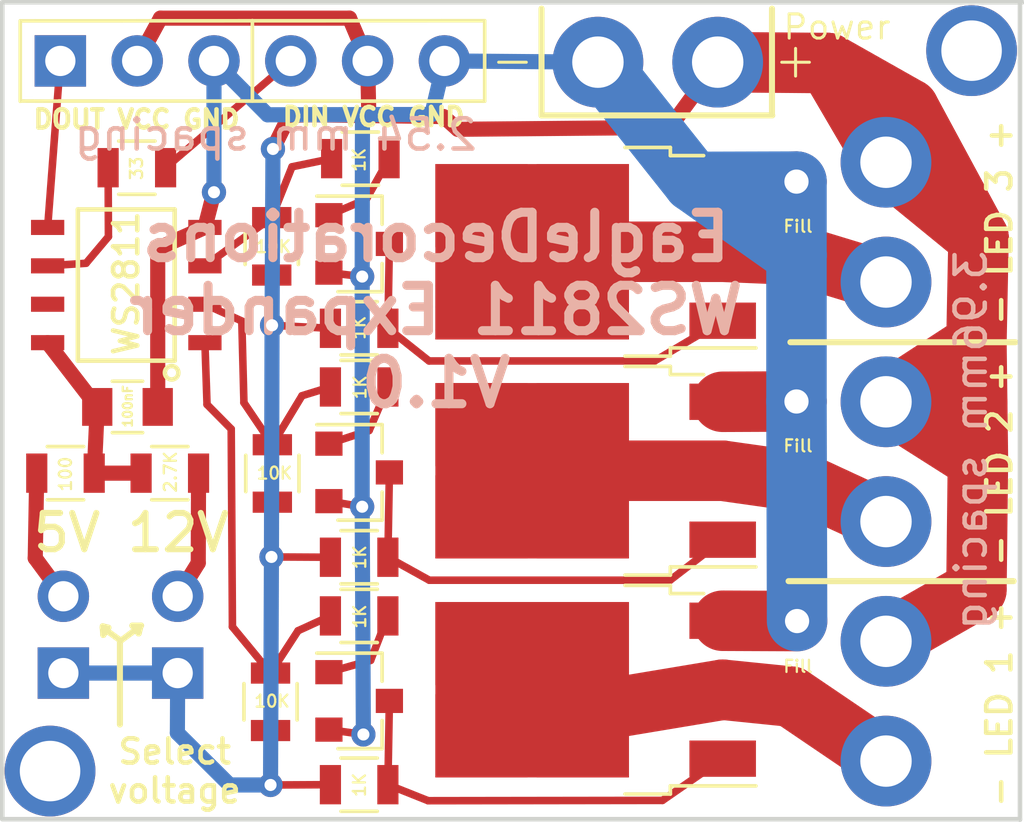
<source format=kicad_pcb>
(kicad_pcb (version 20171130) (host pcbnew "(5.0.0)")

  (general
    (thickness 1.6)
    (drawings 49)
    (tracks 123)
    (zones 0)
    (modules 28)
    (nets 22)
  )

  (page A4)
  (layers
    (0 F.Cu signal)
    (31 B.Cu signal hide)
    (32 B.Adhes user hide)
    (33 F.Adhes user hide)
    (34 B.Paste user)
    (35 F.Paste user)
    (36 B.SilkS user hide)
    (37 F.SilkS user)
    (38 B.Mask user)
    (39 F.Mask user)
    (40 Dwgs.User user)
    (41 Cmts.User user)
    (42 Eco1.User user hide)
    (43 Eco2.User user)
    (44 Edge.Cuts user)
    (45 Margin user)
    (46 B.CrtYd user)
    (47 F.CrtYd user)
    (48 B.Fab user)
    (49 F.Fab user hide)
  )

  (setup
    (last_trace_width 0.25)
    (user_trace_width 0.5)
    (user_trace_width 1)
    (user_trace_width 2)
    (trace_clearance 0.2)
    (zone_clearance 0.508)
    (zone_45_only no)
    (trace_min 0.2)
    (segment_width 0.2)
    (edge_width 0.15)
    (via_size 0.8)
    (via_drill 0.4)
    (via_min_size 0.4)
    (via_min_drill 0.3)
    (uvia_size 0.3)
    (uvia_drill 0.1)
    (uvias_allowed no)
    (uvia_min_size 0.2)
    (uvia_min_drill 0.1)
    (pcb_text_width 0.3)
    (pcb_text_size 1.5 1.5)
    (mod_edge_width 0.15)
    (mod_text_size 1 1)
    (mod_text_width 0.15)
    (pad_size 1.7 1.7)
    (pad_drill 0.8)
    (pad_to_mask_clearance 0.2)
    (aux_axis_origin 0 0)
    (visible_elements 7FFFFFFF)
    (pcbplotparams
      (layerselection 0x010fc_ffffffff)
      (usegerberextensions false)
      (usegerberattributes false)
      (usegerberadvancedattributes false)
      (creategerberjobfile false)
      (excludeedgelayer true)
      (linewidth 0.100000)
      (plotframeref false)
      (viasonmask false)
      (mode 1)
      (useauxorigin false)
      (hpglpennumber 1)
      (hpglpenspeed 20)
      (hpglpendiameter 15.000000)
      (psnegative false)
      (psa4output false)
      (plotreference true)
      (plotvalue true)
      (plotinvisibletext false)
      (padsonsilk false)
      (subtractmaskfromsilk false)
      (outputformat 1)
      (mirror false)
      (drillshape 0)
      (scaleselection 1)
      (outputdirectory "Gerbers/"))
  )

  (net 0 "")
  (net 1 /GND)
  (net 2 "Net-(C1-Pad1)")
  (net 3 /LED1)
  (net 4 "Net-(Q1-Pad3)")
  (net 5 "Net-(Q1-Pad1)")
  (net 6 "Net-(R7-Pad1)")
  (net 7 "Net-(R10-Pad2)")
  (net 8 "Net-(U1-Pad7)")
  (net 9 "Net-(Q3-Pad1)")
  (net 10 "Net-(Q3-Pad3)")
  (net 11 "Net-(Q4-Pad3)")
  (net 12 "Net-(Q4-Pad1)")
  (net 13 /LED2)
  (net 14 /LED3)
  (net 15 /VCC)
  (net 16 /DIN)
  (net 17 /DOUT)
  (net 18 "Net-(R11-Pad1)")
  (net 19 /OUTR)
  (net 20 /OUTG)
  (net 21 /OUTB)

  (net_class Default "This is the default net class."
    (clearance 0.2)
    (trace_width 0.25)
    (via_dia 0.8)
    (via_drill 0.4)
    (uvia_dia 0.3)
    (uvia_drill 0.1)
    (add_net /DIN)
    (add_net /DOUT)
    (add_net /LED1)
    (add_net /LED2)
    (add_net /LED3)
    (add_net /OUTB)
    (add_net /OUTG)
    (add_net /OUTR)
    (add_net "Net-(C1-Pad1)")
    (add_net "Net-(Q1-Pad1)")
    (add_net "Net-(Q1-Pad3)")
    (add_net "Net-(Q3-Pad1)")
    (add_net "Net-(Q3-Pad3)")
    (add_net "Net-(Q4-Pad1)")
    (add_net "Net-(Q4-Pad3)")
    (add_net "Net-(R10-Pad2)")
    (add_net "Net-(R11-Pad1)")
    (add_net "Net-(R7-Pad1)")
    (add_net "Net-(U1-Pad7)")
  )

  (net_class Power ""
    (clearance 0.2)
    (trace_width 0.25)
    (via_dia 0.8)
    (via_drill 0.4)
    (uvia_dia 0.3)
    (uvia_drill 0.1)
    (add_net /GND)
    (add_net /VCC)
  )

  (module Pin_Headers:Pin_Header_Straight_1x06_Pitch2.54mm (layer F.Cu) (tedit 5CA4D949) (tstamp 5C7DC9F1)
    (at 137.36 24.95 90)
    (descr "Through hole straight pin header, 1x06, 2.54mm pitch, single row")
    (tags "Through hole pin header THT 1x06 2.54mm single row")
    (path /5C7CA8A4)
    (fp_text reference J3 (at 0 -2.33 90) (layer Eco1.User)
      (effects (font (size 1 1) (thickness 0.15)))
    )
    (fp_text value " " (at 0 15.03 90) (layer F.Fab)
      (effects (font (size 1 1) (thickness 0.15)))
    )
    (fp_line (start -0.635 -1.27) (end 1.27 -1.27) (layer F.Fab) (width 0.1))
    (fp_line (start 1.27 -1.27) (end 1.27 13.97) (layer F.Fab) (width 0.1))
    (fp_line (start 1.27 13.97) (end -1.27 13.97) (layer F.Fab) (width 0.1))
    (fp_line (start -1.27 13.97) (end -1.27 -0.635) (layer F.Fab) (width 0.1))
    (fp_line (start -1.27 -0.635) (end -0.635 -1.27) (layer F.Fab) (width 0.1))
    (fp_line (start -1.33 14.03) (end 1.33 14.03) (layer F.SilkS) (width 0.12))
    (fp_line (start -1.325 -0.05) (end -1.33 14.03) (layer F.SilkS) (width 0.12))
    (fp_line (start 1.325 -1.325) (end 1.33 14.03) (layer F.SilkS) (width 0.12))
    (fp_line (start -1.335 -1.325) (end 1.325 -1.325) (layer F.SilkS) (width 0.12))
    (fp_line (start -1.33 0) (end -1.325 -1.325) (layer F.SilkS) (width 0.12))
    (fp_line (start -1.8 -1.8) (end -1.8 14.5) (layer F.CrtYd) (width 0.05))
    (fp_line (start -1.8 14.5) (end 1.8 14.5) (layer F.CrtYd) (width 0.05))
    (fp_line (start 1.8 14.5) (end 1.8 -1.8) (layer F.CrtYd) (width 0.05))
    (fp_line (start 1.8 -1.8) (end -1.8 -1.8) (layer F.CrtYd) (width 0.05))
    (fp_text user %R (at 0 6.35 180) (layer F.Fab)
      (effects (font (size 1 1) (thickness 0.15)))
    )
    (fp_line (start -1.325 6.35) (end 1.335 6.35) (layer F.SilkS) (width 0.12))
    (pad 1 thru_hole rect (at 0 0 90) (size 1.7 1.7) (drill 1) (layers *.Cu *.Mask)
      (net 17 /DOUT))
    (pad 2 thru_hole oval (at 0 2.54 90) (size 1.7 1.7) (drill 1) (layers *.Cu *.Mask)
      (net 15 /VCC))
    (pad 3 thru_hole oval (at 0 5.08 90) (size 1.7 1.7) (drill 1) (layers *.Cu *.Mask)
      (net 1 /GND))
    (pad 4 thru_hole oval (at 0 7.62 90) (size 1.7 1.7) (drill 1) (layers *.Cu *.Mask)
      (net 16 /DIN))
    (pad 5 thru_hole oval (at 0 10.16 90) (size 1.7 1.7) (drill 1) (layers *.Cu *.Mask)
      (net 15 /VCC))
    (pad 6 thru_hole oval (at 0 12.7 90) (size 1.7 1.7) (drill 1) (layers *.Cu *.Mask)
      (net 1 /GND))
    (model ${KISYS3DMOD}/Pin_Headers.3dshapes/Pin_Header_Straight_1x06_Pitch2.54mm.wrl
      (at (xyz 0 0 0))
      (scale (xyz 1 1 1))
      (rotate (xyz 0 0 0))
    )
  )

  (module Pin_Headers:Pin_Header_Straight_1x02_Pitch2.54mm (layer F.Cu) (tedit 5CA4D45F) (tstamp 5C773D8F)
    (at 141.24 45.19 180)
    (descr "Through hole straight pin header, 1x02, 2.54mm pitch, single row")
    (tags "Through hole pin header THT 1x02 2.54mm single row")
    (path /5C75FA1F)
    (fp_text reference " R10" (at 0 -2.33 180) (layer Eco1.User)
      (effects (font (size 1 1) (thickness 0.15)))
    )
    (fp_text value 0 (at 0 4.87 180) (layer F.Fab)
      (effects (font (size 1 1) (thickness 0.15)))
    )
    (fp_line (start -0.635 -1.27) (end 1.27 -1.27) (layer F.Fab) (width 0.1))
    (fp_line (start 1.27 -1.27) (end 1.27 3.81) (layer F.Fab) (width 0.1))
    (fp_line (start 1.27 3.81) (end -1.27 3.81) (layer F.Fab) (width 0.1))
    (fp_line (start -1.27 3.81) (end -1.27 -0.635) (layer F.Fab) (width 0.1))
    (fp_line (start -1.27 -0.635) (end -0.635 -1.27) (layer F.Fab) (width 0.1))
    (fp_line (start -1.8 -1.8) (end -1.8 4.35) (layer F.CrtYd) (width 0.05))
    (fp_line (start -1.8 4.35) (end 1.8 4.35) (layer F.CrtYd) (width 0.05))
    (fp_line (start 1.8 4.35) (end 1.8 -1.8) (layer F.CrtYd) (width 0.05))
    (fp_line (start 1.8 -1.8) (end -1.8 -1.8) (layer F.CrtYd) (width 0.05))
    (fp_text user %R (at 0 1.27 270) (layer F.Fab)
      (effects (font (size 1 1) (thickness 0.15)))
    )
    (pad 1 thru_hole rect (at 0 0 180) (size 1.7 1.7) (drill 1) (layers *.Cu *.Mask)
      (net 15 /VCC))
    (pad 2 thru_hole oval (at 0 2.54 180) (size 1.7 1.7) (drill 1) (layers *.Cu *.Mask)
      (net 7 "Net-(R10-Pad2)"))
    (model ${KISYS3DMOD}/Pin_Headers.3dshapes/Pin_Header_Straight_1x02_Pitch2.54mm.wrl
      (at (xyz 0 0 0))
      (scale (xyz 1 1 1))
      (rotate (xyz 0 0 0))
    )
  )

  (module Pin_Headers:Pin_Header_Straight_1x02_Pitch2.54mm (layer F.Cu) (tedit 5CA4D446) (tstamp 5C773D81)
    (at 137.46 45.19 180)
    (descr "Through hole straight pin header, 1x02, 2.54mm pitch, single row")
    (tags "Through hole pin header THT 1x02 2.54mm single row")
    (path /5C75F9A7)
    (fp_text reference "R9 " (at 0 -2.33 180) (layer Eco1.User)
      (effects (font (size 1 1) (thickness 0.15)))
    )
    (fp_text value 0 (at 0 4.87 180) (layer F.Fab)
      (effects (font (size 1 1) (thickness 0.15)))
    )
    (fp_line (start -0.635 -1.27) (end 1.27 -1.27) (layer F.Fab) (width 0.1))
    (fp_line (start 1.27 -1.27) (end 1.27 3.81) (layer F.Fab) (width 0.1))
    (fp_line (start 1.27 3.81) (end -1.27 3.81) (layer F.Fab) (width 0.1))
    (fp_line (start -1.27 3.81) (end -1.27 -0.635) (layer F.Fab) (width 0.1))
    (fp_line (start -1.27 -0.635) (end -0.635 -1.27) (layer F.Fab) (width 0.1))
    (fp_line (start -1.8 -1.8) (end -1.8 4.35) (layer F.CrtYd) (width 0.05))
    (fp_line (start -1.8 4.35) (end 1.8 4.35) (layer F.CrtYd) (width 0.05))
    (fp_line (start 1.8 4.35) (end 1.8 -1.8) (layer F.CrtYd) (width 0.05))
    (fp_line (start 1.8 -1.8) (end -1.8 -1.8) (layer F.CrtYd) (width 0.05))
    (fp_text user %R (at 0 1.27 270) (layer F.Fab)
      (effects (font (size 1 1) (thickness 0.15)))
    )
    (pad 1 thru_hole rect (at 0 0 180) (size 1.7 1.7) (drill 1) (layers *.Cu *.Mask)
      (net 15 /VCC))
    (pad 2 thru_hole oval (at 0 2.54 180) (size 1.7 1.7) (drill 1) (layers *.Cu *.Mask)
      (net 6 "Net-(R7-Pad1)"))
    (model ${KISYS3DMOD}/Pin_Headers.3dshapes/Pin_Header_Straight_1x02_Pitch2.54mm.wrl
      (at (xyz 0 0 0))
      (scale (xyz 1 1 1))
      (rotate (xyz 0 0 0))
    )
  )

  (module TO_SOT_Packages_SMD:TO-252-3_TabPin4 (layer F.Cu) (tedit 5CA40307) (tstamp 5C76E550)
    (at 155.06 45.74 180)
    (descr "TO-252 / DPAK SMD package, http://www.infineon.com/cms/en/product/packages/PG-TO252/PG-TO252-3-1/")
    (tags "DPAK TO-252 DPAK-3 TO-252-3 SOT-428")
    (path /5C75E6D7)
    (attr smd)
    (fp_text reference Q2 (at 1.91 0.17 180) (layer Eco1.User)
      (effects (font (size 1 1) (thickness 0.15)))
    )
    (fp_text value IRLR7821PBF (at 0 4.5 180) (layer F.Fab)
      (effects (font (size 1 1) (thickness 0.15)))
    )
    (fp_text user %R (at 0 0 180) (layer F.Fab)
      (effects (font (size 1 1) (thickness 0.15)))
    )
    (fp_line (start 5.55 -3.5) (end -5.55 -3.5) (layer F.CrtYd) (width 0.05))
    (fp_line (start 5.55 3.5) (end 5.55 -3.5) (layer F.CrtYd) (width 0.05))
    (fp_line (start -5.55 3.5) (end 5.55 3.5) (layer F.CrtYd) (width 0.05))
    (fp_line (start -5.55 -3.5) (end -5.55 3.5) (layer F.CrtYd) (width 0.05))
    (fp_line (start -2.47 3.18) (end -3.57 3.18) (layer F.SilkS) (width 0.12))
    (fp_line (start -2.47 3.45) (end -2.47 3.18) (layer F.SilkS) (width 0.12))
    (fp_line (start -0.97 3.45) (end -2.47 3.45) (layer F.SilkS) (width 0.12))
    (fp_line (start -2.47 -3.18) (end -5.3 -3.18) (layer F.SilkS) (width 0.12))
    (fp_line (start -2.47 -3.45) (end -2.47 -3.18) (layer F.SilkS) (width 0.12))
    (fp_line (start -0.97 -3.45) (end -2.47 -3.45) (layer F.SilkS) (width 0.12))
    (fp_line (start -4.97 2.655) (end -2.27 2.655) (layer F.Fab) (width 0.1))
    (fp_line (start -4.97 1.905) (end -4.97 2.655) (layer F.Fab) (width 0.1))
    (fp_line (start -2.27 1.905) (end -4.97 1.905) (layer F.Fab) (width 0.1))
    (fp_line (start -4.97 0.375) (end -2.27 0.375) (layer F.Fab) (width 0.1))
    (fp_line (start -4.97 -0.375) (end -4.97 0.375) (layer F.Fab) (width 0.1))
    (fp_line (start -2.27 -0.375) (end -4.97 -0.375) (layer F.Fab) (width 0.1))
    (fp_line (start -4.97 -1.905) (end -2.27 -1.905) (layer F.Fab) (width 0.1))
    (fp_line (start -4.97 -2.655) (end -4.97 -1.905) (layer F.Fab) (width 0.1))
    (fp_line (start -1.865 -2.655) (end -4.97 -2.655) (layer F.Fab) (width 0.1))
    (fp_line (start -1.27 -3.25) (end 3.95 -3.25) (layer F.Fab) (width 0.1))
    (fp_line (start -2.27 -2.25) (end -1.27 -3.25) (layer F.Fab) (width 0.1))
    (fp_line (start -2.27 3.25) (end -2.27 -2.25) (layer F.Fab) (width 0.1))
    (fp_line (start 3.95 3.25) (end -2.27 3.25) (layer F.Fab) (width 0.1))
    (fp_line (start 3.95 -3.25) (end 3.95 3.25) (layer F.Fab) (width 0.1))
    (fp_line (start 4.95 2.7) (end 3.95 2.7) (layer F.Fab) (width 0.1))
    (fp_line (start 4.95 -2.7) (end 4.95 2.7) (layer F.Fab) (width 0.1))
    (fp_line (start 3.95 -2.7) (end 4.95 -2.7) (layer F.Fab) (width 0.1))
    (pad 4 smd rect (at 0.425 1.525 180) (size 3.05 2.75) (layers F.Cu F.Paste))
    (pad 4 smd rect (at 3.775 -1.525 180) (size 3.05 2.75) (layers F.Cu F.Paste))
    (pad 4 smd rect (at 0.425 -1.525 180) (size 3.05 2.75) (layers F.Cu F.Paste))
    (pad 4 smd rect (at 3.775 1.525 180) (size 3.05 2.75) (layers F.Cu F.Paste))
    (pad 4 smd rect (at 2.1 0 180) (size 6.4 5.8) (layers F.Cu F.Mask))
    (pad 3 smd rect (at -4.2 2.28 180) (size 2.2 1.2) (layers F.Cu F.Paste F.Mask)
      (net 1 /GND))
    (pad 1 smd rect (at -4.2 -2.28 180) (size 2.2 1.2) (layers F.Cu F.Paste F.Mask)
      (net 4 "Net-(Q1-Pad3)"))
    (model ${KISYS3DMOD}/TO_SOT_Packages_SMD.3dshapes/TO-252-3_TabPin4.wrl
      (at (xyz 0 0 0))
      (scale (xyz 1 1 1))
      (rotate (xyz 0 0 0))
    )
  )

  (module TO_SOT_Packages_SMD:TO-252-3_TabPin4 (layer F.Cu) (tedit 5CA402F0) (tstamp 5C770FB4)
    (at 155.06 38.5 180)
    (descr "TO-252 / DPAK SMD package, http://www.infineon.com/cms/en/product/packages/PG-TO252/PG-TO252-3-1/")
    (tags "DPAK TO-252 DPAK-3 TO-252-3 SOT-428")
    (path /5C76B51F)
    (attr smd)
    (fp_text reference Q5 (at 1.89 -0.13 180) (layer Eco1.User)
      (effects (font (size 1 1) (thickness 0.15)))
    )
    (fp_text value IRLR7821PBF (at 0 4.5 180) (layer F.Fab)
      (effects (font (size 1 1) (thickness 0.15)))
    )
    (fp_line (start 3.95 -2.7) (end 4.95 -2.7) (layer F.Fab) (width 0.1))
    (fp_line (start 4.95 -2.7) (end 4.95 2.7) (layer F.Fab) (width 0.1))
    (fp_line (start 4.95 2.7) (end 3.95 2.7) (layer F.Fab) (width 0.1))
    (fp_line (start 3.95 -3.25) (end 3.95 3.25) (layer F.Fab) (width 0.1))
    (fp_line (start 3.95 3.25) (end -2.27 3.25) (layer F.Fab) (width 0.1))
    (fp_line (start -2.27 3.25) (end -2.27 -2.25) (layer F.Fab) (width 0.1))
    (fp_line (start -2.27 -2.25) (end -1.27 -3.25) (layer F.Fab) (width 0.1))
    (fp_line (start -1.27 -3.25) (end 3.95 -3.25) (layer F.Fab) (width 0.1))
    (fp_line (start -1.865 -2.655) (end -4.97 -2.655) (layer F.Fab) (width 0.1))
    (fp_line (start -4.97 -2.655) (end -4.97 -1.905) (layer F.Fab) (width 0.1))
    (fp_line (start -4.97 -1.905) (end -2.27 -1.905) (layer F.Fab) (width 0.1))
    (fp_line (start -2.27 -0.375) (end -4.97 -0.375) (layer F.Fab) (width 0.1))
    (fp_line (start -4.97 -0.375) (end -4.97 0.375) (layer F.Fab) (width 0.1))
    (fp_line (start -4.97 0.375) (end -2.27 0.375) (layer F.Fab) (width 0.1))
    (fp_line (start -2.27 1.905) (end -4.97 1.905) (layer F.Fab) (width 0.1))
    (fp_line (start -4.97 1.905) (end -4.97 2.655) (layer F.Fab) (width 0.1))
    (fp_line (start -4.97 2.655) (end -2.27 2.655) (layer F.Fab) (width 0.1))
    (fp_line (start -0.97 -3.45) (end -2.47 -3.45) (layer F.SilkS) (width 0.12))
    (fp_line (start -2.47 -3.45) (end -2.47 -3.18) (layer F.SilkS) (width 0.12))
    (fp_line (start -2.47 -3.18) (end -5.3 -3.18) (layer F.SilkS) (width 0.12))
    (fp_line (start -0.97 3.45) (end -2.47 3.45) (layer F.SilkS) (width 0.12))
    (fp_line (start -2.47 3.45) (end -2.47 3.18) (layer F.SilkS) (width 0.12))
    (fp_line (start -2.47 3.18) (end -3.57 3.18) (layer F.SilkS) (width 0.12))
    (fp_line (start -5.55 -3.5) (end -5.55 3.5) (layer F.CrtYd) (width 0.05))
    (fp_line (start -5.55 3.5) (end 5.55 3.5) (layer F.CrtYd) (width 0.05))
    (fp_line (start 5.55 3.5) (end 5.55 -3.5) (layer F.CrtYd) (width 0.05))
    (fp_line (start 5.55 -3.5) (end -5.55 -3.5) (layer F.CrtYd) (width 0.05))
    (fp_text user %R (at 0 0 180) (layer F.Fab)
      (effects (font (size 1 1) (thickness 0.15)))
    )
    (pad 1 smd rect (at -4.2 -2.28 180) (size 2.2 1.2) (layers F.Cu F.Paste F.Mask)
      (net 10 "Net-(Q3-Pad3)"))
    (pad 3 smd rect (at -4.2 2.28 180) (size 2.2 1.2) (layers F.Cu F.Paste F.Mask)
      (net 1 /GND))
    (pad 4 smd rect (at 2.1 0 180) (size 6.4 5.8) (layers F.Cu F.Mask))
    (pad 4 smd rect (at 3.775 1.525 180) (size 3.05 2.75) (layers F.Cu F.Paste))
    (pad 4 smd rect (at 0.425 -1.525 180) (size 3.05 2.75) (layers F.Cu F.Paste))
    (pad 4 smd rect (at 3.775 -1.525 180) (size 3.05 2.75) (layers F.Cu F.Paste))
    (pad 4 smd rect (at 0.425 1.525 180) (size 3.05 2.75) (layers F.Cu F.Paste))
    (model ${KISYS3DMOD}/TO_SOT_Packages_SMD.3dshapes/TO-252-3_TabPin4.wrl
      (at (xyz 0 0 0))
      (scale (xyz 1 1 1))
      (rotate (xyz 0 0 0))
    )
  )

  (module TO_SOT_Packages_SMD:TO-252-3_TabPin4 (layer F.Cu) (tedit 5CA402D3) (tstamp 5C770FDC)
    (at 155.06 31.26 180)
    (descr "TO-252 / DPAK SMD package, http://www.infineon.com/cms/en/product/packages/PG-TO252/PG-TO252-3-1/")
    (tags "DPAK TO-252 DPAK-3 TO-252-3 SOT-428")
    (path /5C76BA10)
    (attr smd)
    (fp_text reference Q6 (at 2.15 0.08 180) (layer Eco1.User)
      (effects (font (size 1 1) (thickness 0.15)))
    )
    (fp_text value IRLR7821PBF (at 0 4.5 180) (layer F.Fab)
      (effects (font (size 1 1) (thickness 0.15)))
    )
    (fp_text user %R (at 0 0 180) (layer F.Fab)
      (effects (font (size 1 1) (thickness 0.15)))
    )
    (fp_line (start 5.55 -3.5) (end -5.55 -3.5) (layer F.CrtYd) (width 0.05))
    (fp_line (start 5.55 3.5) (end 5.55 -3.5) (layer F.CrtYd) (width 0.05))
    (fp_line (start -5.55 3.5) (end 5.55 3.5) (layer F.CrtYd) (width 0.05))
    (fp_line (start -5.55 -3.5) (end -5.55 3.5) (layer F.CrtYd) (width 0.05))
    (fp_line (start -2.47 3.18) (end -3.57 3.18) (layer F.SilkS) (width 0.12))
    (fp_line (start -2.47 3.45) (end -2.47 3.18) (layer F.SilkS) (width 0.12))
    (fp_line (start -0.97 3.45) (end -2.47 3.45) (layer F.SilkS) (width 0.12))
    (fp_line (start -2.47 -3.18) (end -5.3 -3.18) (layer F.SilkS) (width 0.12))
    (fp_line (start -2.47 -3.45) (end -2.47 -3.18) (layer F.SilkS) (width 0.12))
    (fp_line (start -0.97 -3.45) (end -2.47 -3.45) (layer F.SilkS) (width 0.12))
    (fp_line (start -4.97 2.655) (end -2.27 2.655) (layer F.Fab) (width 0.1))
    (fp_line (start -4.97 1.905) (end -4.97 2.655) (layer F.Fab) (width 0.1))
    (fp_line (start -2.27 1.905) (end -4.97 1.905) (layer F.Fab) (width 0.1))
    (fp_line (start -4.97 0.375) (end -2.27 0.375) (layer F.Fab) (width 0.1))
    (fp_line (start -4.97 -0.375) (end -4.97 0.375) (layer F.Fab) (width 0.1))
    (fp_line (start -2.27 -0.375) (end -4.97 -0.375) (layer F.Fab) (width 0.1))
    (fp_line (start -4.97 -1.905) (end -2.27 -1.905) (layer F.Fab) (width 0.1))
    (fp_line (start -4.97 -2.655) (end -4.97 -1.905) (layer F.Fab) (width 0.1))
    (fp_line (start -1.865 -2.655) (end -4.97 -2.655) (layer F.Fab) (width 0.1))
    (fp_line (start -1.27 -3.25) (end 3.95 -3.25) (layer F.Fab) (width 0.1))
    (fp_line (start -2.27 -2.25) (end -1.27 -3.25) (layer F.Fab) (width 0.1))
    (fp_line (start -2.27 3.25) (end -2.27 -2.25) (layer F.Fab) (width 0.1))
    (fp_line (start 3.95 3.25) (end -2.27 3.25) (layer F.Fab) (width 0.1))
    (fp_line (start 3.95 -3.25) (end 3.95 3.25) (layer F.Fab) (width 0.1))
    (fp_line (start 4.95 2.7) (end 3.95 2.7) (layer F.Fab) (width 0.1))
    (fp_line (start 4.95 -2.7) (end 4.95 2.7) (layer F.Fab) (width 0.1))
    (fp_line (start 3.95 -2.7) (end 4.95 -2.7) (layer F.Fab) (width 0.1))
    (pad 4 smd rect (at 0.425 1.525 180) (size 3.05 2.75) (layers F.Cu F.Paste))
    (pad 4 smd rect (at 3.775 -1.525 180) (size 3.05 2.75) (layers F.Cu F.Paste))
    (pad 4 smd rect (at 0.425 -1.525 180) (size 3.05 2.75) (layers F.Cu F.Paste))
    (pad 4 smd rect (at 3.775 1.525 180) (size 3.05 2.75) (layers F.Cu F.Paste))
    (pad 4 smd rect (at 2.1 0 180) (size 6.4 5.8) (layers F.Cu F.Mask))
    (pad 3 smd rect (at -4.2 2.28 180) (size 2.2 1.2) (layers F.Cu F.Paste F.Mask)
      (net 1 /GND))
    (pad 1 smd rect (at -4.2 -2.28 180) (size 2.2 1.2) (layers F.Cu F.Paste F.Mask)
      (net 11 "Net-(Q4-Pad3)"))
    (model ${KISYS3DMOD}/TO_SOT_Packages_SMD.3dshapes/TO-252-3_TabPin4.wrl
      (at (xyz 0 0 0))
      (scale (xyz 1 1 1))
      (rotate (xyz 0 0 0))
    )
  )

  (module Pin_Headers:Pin_Header_Straight_1x01_Pitch2.54mm (layer F.Cu) (tedit 5C7DBF6B) (tstamp 5C779BF8)
    (at 161.7 36.21)
    (descr "Through hole straight pin header, 1x01, 2.54mm pitch, single row")
    (tags "Through hole pin header THT 1x01 2.54mm single row")
    (path /5C7845B8)
    (fp_text reference " " (at 0 -2.33) (layer F.SilkS)
      (effects (font (size 1 1) (thickness 0.15)))
    )
    (fp_text value " " (at 0 2.33) (layer F.Fab)
      (effects (font (size 1 1) (thickness 0.15)))
    )
    (fp_text user %R (at 0 0 90) (layer F.Fab)
      (effects (font (size 1 1) (thickness 0.15)))
    )
    (pad 1 thru_hole circle (at 0 0) (size 1.7 1.7) (drill 0.8) (layers *.Cu *.Mask)
      (net 1 /GND))
    (model ${KISYS3DMOD}/Pin_Headers.3dshapes/Pin_Header_Straight_1x01_Pitch2.54mm.wrl
      (at (xyz 0 0 0))
      (scale (xyz 1 1 1))
      (rotate (xyz 0 0 0))
    )
  )

  (module Resistors_SMD:R_0805 (layer F.Cu) (tedit 5C79AE86) (tstamp 5C780D49)
    (at 139.89 28.48)
    (descr "Resistor SMD 0805, reflow soldering, Vishay (see dcrcw.pdf)")
    (tags "resistor 0805")
    (path /5C798828)
    (attr smd)
    (fp_text reference " " (at 0 -1.65) (layer F.SilkS)
      (effects (font (size 1 1) (thickness 0.15)))
    )
    (fp_text value 33 (at 0 1.75) (layer F.Fab)
      (effects (font (size 1 1) (thickness 0.15)))
    )
    (fp_text user %R (at 0 0) (layer F.Fab)
      (effects (font (size 0.5 0.5) (thickness 0.075)))
    )
    (fp_line (start -1 0.62) (end -1 -0.62) (layer F.Fab) (width 0.1))
    (fp_line (start 1 0.62) (end -1 0.62) (layer F.Fab) (width 0.1))
    (fp_line (start 1 -0.62) (end 1 0.62) (layer F.Fab) (width 0.1))
    (fp_line (start -1 -0.62) (end 1 -0.62) (layer F.Fab) (width 0.1))
    (fp_line (start 0.6 0.88) (end -0.6 0.88) (layer F.SilkS) (width 0.12))
    (fp_line (start -0.6 -0.88) (end 0.6 -0.88) (layer F.SilkS) (width 0.12))
    (fp_line (start -1.55 -0.9) (end 1.55 -0.9) (layer F.CrtYd) (width 0.05))
    (fp_line (start -1.55 -0.9) (end -1.55 0.9) (layer F.CrtYd) (width 0.05))
    (fp_line (start 1.55 0.9) (end 1.55 -0.9) (layer F.CrtYd) (width 0.05))
    (fp_line (start 1.55 0.9) (end -1.55 0.9) (layer F.CrtYd) (width 0.05))
    (pad 1 smd rect (at -0.95 0) (size 0.7 1.3) (layers F.Cu F.Paste F.Mask)
      (net 18 "Net-(R11-Pad1)"))
    (pad 2 smd rect (at 0.95 0) (size 0.7 1.3) (layers F.Cu F.Paste F.Mask)
      (net 16 /DIN))
    (model ${KISYS3DMOD}/Resistors_SMD.3dshapes/R_0805.wrl
      (at (xyz 0 0 0))
      (scale (xyz 1 1 1))
      (rotate (xyz 0 0 0))
    )
  )

  (module Resistors_SMD:R_0805 (layer F.Cu) (tedit 5C79AE2C) (tstamp 5C76E594)
    (at 140.98 38.58 180)
    (descr "Resistor SMD 0805, reflow soldering, Vishay (see dcrcw.pdf)")
    (tags "resistor 0805")
    (path /5C75EA94)
    (attr smd)
    (fp_text reference " " (at 0 -1.65 180) (layer F.SilkS)
      (effects (font (size 1 1) (thickness 0.15)))
    )
    (fp_text value 2.7K (at 0 1.75 180) (layer F.Fab)
      (effects (font (size 1 1) (thickness 0.15)))
    )
    (fp_text user %R (at 0 0 180) (layer F.Fab)
      (effects (font (size 0.5 0.5) (thickness 0.075)))
    )
    (fp_line (start -1 0.62) (end -1 -0.62) (layer F.Fab) (width 0.1))
    (fp_line (start 1 0.62) (end -1 0.62) (layer F.Fab) (width 0.1))
    (fp_line (start 1 -0.62) (end 1 0.62) (layer F.Fab) (width 0.1))
    (fp_line (start -1 -0.62) (end 1 -0.62) (layer F.Fab) (width 0.1))
    (fp_line (start 0.6 0.88) (end -0.6 0.88) (layer F.SilkS) (width 0.12))
    (fp_line (start -0.6 -0.88) (end 0.6 -0.88) (layer F.SilkS) (width 0.12))
    (fp_line (start -1.55 -0.9) (end 1.55 -0.9) (layer F.CrtYd) (width 0.05))
    (fp_line (start -1.55 -0.9) (end -1.55 0.9) (layer F.CrtYd) (width 0.05))
    (fp_line (start 1.55 0.9) (end 1.55 -0.9) (layer F.CrtYd) (width 0.05))
    (fp_line (start 1.55 0.9) (end -1.55 0.9) (layer F.CrtYd) (width 0.05))
    (pad 1 smd rect (at -0.95 0 180) (size 0.7 1.3) (layers F.Cu F.Paste F.Mask)
      (net 7 "Net-(R10-Pad2)"))
    (pad 2 smd rect (at 0.95 0 180) (size 0.7 1.3) (layers F.Cu F.Paste F.Mask)
      (net 2 "Net-(C1-Pad1)"))
    (model ${KISYS3DMOD}/Resistors_SMD.3dshapes/R_0805.wrl
      (at (xyz 0 0 0))
      (scale (xyz 1 1 1))
      (rotate (xyz 0 0 0))
    )
  )

  (module Resistors_SMD:R_0805 (layer F.Cu) (tedit 5C79AE26) (tstamp 5C76E583)
    (at 137.53 38.58)
    (descr "Resistor SMD 0805, reflow soldering, Vishay (see dcrcw.pdf)")
    (tags "resistor 0805")
    (path /5C75EA1A)
    (attr smd)
    (fp_text reference " " (at 0 -1.65) (layer F.SilkS)
      (effects (font (size 1 1) (thickness 0.15)))
    )
    (fp_text value 100 (at 0 1.75) (layer F.Fab)
      (effects (font (size 1 1) (thickness 0.15)))
    )
    (fp_text user %R (at 0 0) (layer F.Fab)
      (effects (font (size 0.5 0.5) (thickness 0.075)))
    )
    (fp_line (start -1 0.62) (end -1 -0.62) (layer F.Fab) (width 0.1))
    (fp_line (start 1 0.62) (end -1 0.62) (layer F.Fab) (width 0.1))
    (fp_line (start 1 -0.62) (end 1 0.62) (layer F.Fab) (width 0.1))
    (fp_line (start -1 -0.62) (end 1 -0.62) (layer F.Fab) (width 0.1))
    (fp_line (start 0.6 0.88) (end -0.6 0.88) (layer F.SilkS) (width 0.12))
    (fp_line (start -0.6 -0.88) (end 0.6 -0.88) (layer F.SilkS) (width 0.12))
    (fp_line (start -1.55 -0.9) (end 1.55 -0.9) (layer F.CrtYd) (width 0.05))
    (fp_line (start -1.55 -0.9) (end -1.55 0.9) (layer F.CrtYd) (width 0.05))
    (fp_line (start 1.55 0.9) (end 1.55 -0.9) (layer F.CrtYd) (width 0.05))
    (fp_line (start 1.55 0.9) (end -1.55 0.9) (layer F.CrtYd) (width 0.05))
    (pad 1 smd rect (at -0.95 0) (size 0.7 1.3) (layers F.Cu F.Paste F.Mask)
      (net 6 "Net-(R7-Pad1)"))
    (pad 2 smd rect (at 0.95 0) (size 0.7 1.3) (layers F.Cu F.Paste F.Mask)
      (net 2 "Net-(C1-Pad1)"))
    (model ${KISYS3DMOD}/Resistors_SMD.3dshapes/R_0805.wrl
      (at (xyz 0 0 0))
      (scale (xyz 1 1 1))
      (rotate (xyz 0 0 0))
    )
  )

  (module Resistors_SMD:R_0805 (layer F.Cu) (tedit 5C7C79F2) (tstamp 5C76E572)
    (at 147.24 48.88)
    (descr "Resistor SMD 0805, reflow soldering, Vishay (see dcrcw.pdf)")
    (tags "resistor 0805")
    (path /5C75E37C)
    (attr smd)
    (fp_text reference "R4 " (at 0 -1.65) (layer Eco1.User)
      (effects (font (size 1 1) (thickness 0.15)))
    )
    (fp_text value 10K (at 0 1.75) (layer F.Fab)
      (effects (font (size 1 1) (thickness 0.15)))
    )
    (fp_text user %R (at 0 0) (layer F.Fab)
      (effects (font (size 0.5 0.5) (thickness 0.075)))
    )
    (fp_line (start -1 0.62) (end -1 -0.62) (layer F.Fab) (width 0.1))
    (fp_line (start 1 0.62) (end -1 0.62) (layer F.Fab) (width 0.1))
    (fp_line (start 1 -0.62) (end 1 0.62) (layer F.Fab) (width 0.1))
    (fp_line (start -1 -0.62) (end 1 -0.62) (layer F.Fab) (width 0.1))
    (fp_line (start 0.6 0.88) (end -0.6 0.88) (layer F.SilkS) (width 0.12))
    (fp_line (start -0.6 -0.88) (end 0.6 -0.88) (layer F.SilkS) (width 0.12))
    (fp_line (start -1.55 -0.9) (end 1.55 -0.9) (layer F.CrtYd) (width 0.05))
    (fp_line (start -1.55 -0.9) (end -1.55 0.9) (layer F.CrtYd) (width 0.05))
    (fp_line (start 1.55 0.9) (end 1.55 -0.9) (layer F.CrtYd) (width 0.05))
    (fp_line (start 1.55 0.9) (end -1.55 0.9) (layer F.CrtYd) (width 0.05))
    (pad 1 smd rect (at -0.95 0) (size 0.7 1.3) (layers F.Cu F.Paste F.Mask)
      (net 15 /VCC))
    (pad 2 smd rect (at 0.95 0) (size 0.7 1.3) (layers F.Cu F.Paste F.Mask)
      (net 4 "Net-(Q1-Pad3)"))
    (model ${KISYS3DMOD}/Resistors_SMD.3dshapes/R_0805.wrl
      (at (xyz 0 0 0))
      (scale (xyz 1 1 1))
      (rotate (xyz 0 0 0))
    )
  )

  (module Resistors_SMD:R_0805 (layer F.Cu) (tedit 5C7C79E7) (tstamp 5C77100F)
    (at 147.24 41.36)
    (descr "Resistor SMD 0805, reflow soldering, Vishay (see dcrcw.pdf)")
    (tags "resistor 0805")
    (path /5C76B518)
    (attr smd)
    (fp_text reference "R5 " (at 0 -1.65) (layer Eco1.User)
      (effects (font (size 1 1) (thickness 0.15)))
    )
    (fp_text value 10K (at 0 1.75) (layer F.Fab)
      (effects (font (size 1 1) (thickness 0.15)))
    )
    (fp_text user %R (at 0 0) (layer F.Fab)
      (effects (font (size 0.5 0.5) (thickness 0.075)))
    )
    (fp_line (start -1 0.62) (end -1 -0.62) (layer F.Fab) (width 0.1))
    (fp_line (start 1 0.62) (end -1 0.62) (layer F.Fab) (width 0.1))
    (fp_line (start 1 -0.62) (end 1 0.62) (layer F.Fab) (width 0.1))
    (fp_line (start -1 -0.62) (end 1 -0.62) (layer F.Fab) (width 0.1))
    (fp_line (start 0.6 0.88) (end -0.6 0.88) (layer F.SilkS) (width 0.12))
    (fp_line (start -0.6 -0.88) (end 0.6 -0.88) (layer F.SilkS) (width 0.12))
    (fp_line (start -1.55 -0.9) (end 1.55 -0.9) (layer F.CrtYd) (width 0.05))
    (fp_line (start -1.55 -0.9) (end -1.55 0.9) (layer F.CrtYd) (width 0.05))
    (fp_line (start 1.55 0.9) (end 1.55 -0.9) (layer F.CrtYd) (width 0.05))
    (fp_line (start 1.55 0.9) (end -1.55 0.9) (layer F.CrtYd) (width 0.05))
    (pad 1 smd rect (at -0.95 0) (size 0.7 1.3) (layers F.Cu F.Paste F.Mask)
      (net 15 /VCC))
    (pad 2 smd rect (at 0.95 0) (size 0.7 1.3) (layers F.Cu F.Paste F.Mask)
      (net 10 "Net-(Q3-Pad3)"))
    (model ${KISYS3DMOD}/Resistors_SMD.3dshapes/R_0805.wrl
      (at (xyz 0 0 0))
      (scale (xyz 1 1 1))
      (rotate (xyz 0 0 0))
    )
  )

  (module Resistors_SMD:R_0805 (layer F.Cu) (tedit 5C7C79DC) (tstamp 5C771020)
    (at 147.24 33.79)
    (descr "Resistor SMD 0805, reflow soldering, Vishay (see dcrcw.pdf)")
    (tags "resistor 0805")
    (path /5C76BA09)
    (attr smd)
    (fp_text reference "R6 " (at 0 -1.65) (layer Eco1.User)
      (effects (font (size 1 1) (thickness 0.15)))
    )
    (fp_text value 10K (at 0 1.75) (layer F.Fab)
      (effects (font (size 1 1) (thickness 0.15)))
    )
    (fp_text user %R (at 0 0) (layer F.Fab)
      (effects (font (size 0.5 0.5) (thickness 0.075)))
    )
    (fp_line (start -1 0.62) (end -1 -0.62) (layer F.Fab) (width 0.1))
    (fp_line (start 1 0.62) (end -1 0.62) (layer F.Fab) (width 0.1))
    (fp_line (start 1 -0.62) (end 1 0.62) (layer F.Fab) (width 0.1))
    (fp_line (start -1 -0.62) (end 1 -0.62) (layer F.Fab) (width 0.1))
    (fp_line (start 0.6 0.88) (end -0.6 0.88) (layer F.SilkS) (width 0.12))
    (fp_line (start -0.6 -0.88) (end 0.6 -0.88) (layer F.SilkS) (width 0.12))
    (fp_line (start -1.55 -0.9) (end 1.55 -0.9) (layer F.CrtYd) (width 0.05))
    (fp_line (start -1.55 -0.9) (end -1.55 0.9) (layer F.CrtYd) (width 0.05))
    (fp_line (start 1.55 0.9) (end 1.55 -0.9) (layer F.CrtYd) (width 0.05))
    (fp_line (start 1.55 0.9) (end -1.55 0.9) (layer F.CrtYd) (width 0.05))
    (pad 1 smd rect (at -0.95 0) (size 0.7 1.3) (layers F.Cu F.Paste F.Mask)
      (net 15 /VCC))
    (pad 2 smd rect (at 0.95 0) (size 0.7 1.3) (layers F.Cu F.Paste F.Mask)
      (net 11 "Net-(Q4-Pad3)"))
    (model ${KISYS3DMOD}/Resistors_SMD.3dshapes/R_0805.wrl
      (at (xyz 0 0 0))
      (scale (xyz 1 1 1))
      (rotate (xyz 0 0 0))
    )
  )

  (module WS2811:Molex_KK-6410-06_06x2.54mm_Straight (layer F.Cu) (tedit 5C775E3D) (tstamp 5C772509)
    (at 164.66 48.1 90)
    (descr "Connector Headers with Friction Lock, 22-27-2061, http://www.molex.com/pdm_docs/sd/022272021_sd.pdf")
    (tags "connector molex kk_6410 22-27-2061")
    (path /5C76D8A1)
    (fp_text reference "J2 " (at 1 -4.5 90) (layer Eco1.User)
      (effects (font (size 1 1) (thickness 0.15)))
    )
    (fp_text value " " (at 6.35 4.5 90) (layer F.Fab)
      (effects (font (size 1 1) (thickness 0.15)))
    )
    (fp_text user %R (at 6.35 0 90) (layer F.Fab)
      (effects (font (size 1 1) (thickness 0.15)))
    )
    (fp_line (start 21.750118 3.5) (end -1.9 3.5) (layer F.CrtYd) (width 0.05))
    (fp_line (start 21.775 -3.344797) (end 21.775 3.5) (layer F.CrtYd) (width 0.05))
    (fp_line (start -1.9 3.5) (end -1.9 -3.350045) (layer F.CrtYd) (width 0.05))
    (fp_line (start 21.775 -3.35) (end -1.875 -3.35) (layer F.CrtYd) (width 0.1))
    (pad 6 thru_hole circle (at 19.8 0 90) (size 3 3) (drill 1.7) (layers *.Cu *.Mask)
      (net 15 /VCC))
    (pad 5 thru_hole circle (at 15.84 0 90) (size 3 3) (drill 1.7) (layers *.Cu *.Mask)
      (net 14 /LED3))
    (pad 4 thru_hole circle (at 11.88 0 90) (size 3 3) (drill 1.7) (layers *.Cu *.Mask)
      (net 15 /VCC))
    (pad 3 thru_hole circle (at 7.92 0 90) (size 3 3) (drill 1.7) (layers *.Cu *.Mask)
      (net 13 /LED2))
    (pad 2 thru_hole circle (at 3.96 0 90) (size 3 3) (drill 1.7) (layers *.Cu *.Mask)
      (net 15 /VCC))
    (pad 1 thru_hole circle (at 0 0 90) (size 3 3) (drill 1.7) (layers *.Cu *.Mask)
      (net 3 /LED1))
    (model ${KISYS3DMOD}/Connectors_Molex.3dshapes/Molex_KK-6410-06_06x2.54mm_Straight.wrl
      (at (xyz 0 0 0))
      (scale (xyz 1 1 1))
      (rotate (xyz 0 0 0))
    )
  )

  (module WS2811:Molex__KK-396-02_02x3.96mm_Straight (layer F.Cu) (tedit 5C775E49) (tstamp 5C7724EF)
    (at 159.07 24.99 180)
    (path /5C76D929)
    (fp_text reference "J1 " (at 0 0.5 180) (layer Eco1.User)
      (effects (font (size 1 1) (thickness 0.15)))
    )
    (fp_text value " " (at 0 -0.5 180) (layer F.Fab)
      (effects (font (size 1 1) (thickness 0.15)))
    )
    (pad 2 thru_hole circle (at 3.935 0 180) (size 3 3) (drill 1.7) (layers *.Cu *.Mask)
      (net 1 /GND))
    (pad 1 thru_hole circle (at -0.025 0 180) (size 3 3) (drill 1.7) (layers *.Cu *.Mask)
      (net 15 /VCC))
  )

  (module Pin_Headers:Pin_Header_Straight_1x01_Pitch2.54mm (layer F.Cu) (tedit 5C7DBF81) (tstamp 5C779C0D)
    (at 161.72 43.47)
    (descr "Through hole straight pin header, 1x01, 2.54mm pitch, single row")
    (tags "Through hole pin header THT 1x01 2.54mm single row")
    (path /5C78461F)
    (fp_text reference " " (at 0 -2.33) (layer F.SilkS)
      (effects (font (size 1 1) (thickness 0.15)))
    )
    (fp_text value " " (at 0 2.33) (layer F.Fab)
      (effects (font (size 1 1) (thickness 0.15)))
    )
    (fp_text user %R (at 0 0 90) (layer F.Fab)
      (effects (font (size 1 1) (thickness 0.15)))
    )
    (pad 1 thru_hole circle (at 0 0) (size 1.7 1.7) (drill 0.8) (layers *.Cu *.Mask)
      (net 1 /GND))
    (model ${KISYS3DMOD}/Pin_Headers.3dshapes/Pin_Header_Straight_1x01_Pitch2.54mm.wrl
      (at (xyz 0 0 0))
      (scale (xyz 1 1 1))
      (rotate (xyz 0 0 0))
    )
  )

  (module Pin_Headers:Pin_Header_Straight_1x01_Pitch2.54mm (layer F.Cu) (tedit 5C7DBF91) (tstamp 5C779BE3)
    (at 161.7 28.94)
    (descr "Through hole straight pin header, 1x01, 2.54mm pitch, single row")
    (tags "Through hole pin header THT 1x01 2.54mm single row")
    (path /5C78453F)
    (fp_text reference " " (at 0 -2.33) (layer F.SilkS)
      (effects (font (size 1 1) (thickness 0.15)))
    )
    (fp_text value " " (at 0 2.33) (layer F.Fab)
      (effects (font (size 1 1) (thickness 0.15)))
    )
    (fp_text user %R (at 0 0 90) (layer F.Fab)
      (effects (font (size 1 1) (thickness 0.15)))
    )
    (pad 1 thru_hole circle (at 0 0) (size 1.7 1.7) (drill 0.8) (layers *.Cu *.Mask)
      (net 1 /GND))
    (model ${KISYS3DMOD}/Pin_Headers.3dshapes/Pin_Header_Straight_1x01_Pitch2.54mm.wrl
      (at (xyz 0 0 0))
      (scale (xyz 1 1 1))
      (rotate (xyz 0 0 0))
    )
  )

  (module Capacitors_SMD:C_0805 (layer F.Cu) (tedit 5C775D8E) (tstamp 5C76E513)
    (at 139.58 36.39)
    (descr "Capacitor SMD 0805, reflow soldering, AVX (see smccp.pdf)")
    (tags "capacitor 0805")
    (path /5C75E450)
    (attr smd)
    (fp_text reference "C1 " (at 0 -1.5) (layer Eco1.User)
      (effects (font (size 1 1) (thickness 0.15)))
    )
    (fp_text value 100nF (at 0 1.75) (layer F.Fab)
      (effects (font (size 1 1) (thickness 0.15)))
    )
    (fp_line (start 1.75 0.87) (end -1.75 0.87) (layer F.CrtYd) (width 0.05))
    (fp_line (start 1.75 0.87) (end 1.75 -0.88) (layer F.CrtYd) (width 0.05))
    (fp_line (start -1.75 -0.88) (end -1.75 0.87) (layer F.CrtYd) (width 0.05))
    (fp_line (start -1.75 -0.88) (end 1.75 -0.88) (layer F.CrtYd) (width 0.05))
    (fp_line (start -0.5 0.85) (end 0.5 0.85) (layer F.SilkS) (width 0.12))
    (fp_line (start 0.5 -0.85) (end -0.5 -0.85) (layer F.SilkS) (width 0.12))
    (fp_line (start -1 -0.62) (end 1 -0.62) (layer F.Fab) (width 0.1))
    (fp_line (start 1 -0.62) (end 1 0.62) (layer F.Fab) (width 0.1))
    (fp_line (start 1 0.62) (end -1 0.62) (layer F.Fab) (width 0.1))
    (fp_line (start -1 0.62) (end -1 -0.62) (layer F.Fab) (width 0.1))
    (fp_text user %R (at 0 -1.5) (layer F.Fab)
      (effects (font (size 1 1) (thickness 0.15)))
    )
    (pad 2 smd rect (at 1 0) (size 1 1.25) (layers F.Cu F.Paste F.Mask)
      (net 1 /GND))
    (pad 1 smd rect (at -1 0) (size 1 1.25) (layers F.Cu F.Paste F.Mask)
      (net 2 "Net-(C1-Pad1)"))
    (model Capacitors_SMD.3dshapes/C_0805.wrl
      (at (xyz 0 0 0))
      (scale (xyz 1 1 1))
      (rotate (xyz 0 0 0))
    )
  )

  (module TO_SOT_Packages_SMD:SOT-23 (layer F.Cu) (tedit 5C775DEB) (tstamp 5C76E528)
    (at 147.24 46.11)
    (descr "SOT-23, Standard")
    (tags SOT-23)
    (path /5C75E045)
    (attr smd)
    (fp_text reference "Q1 " (at 0 -2.5) (layer Eco1.User)
      (effects (font (size 1 1) (thickness 0.15)))
    )
    (fp_text value MMBT3904 (at 0 2.5) (layer F.Fab)
      (effects (font (size 1 1) (thickness 0.15)))
    )
    (fp_line (start 0.76 1.58) (end -0.7 1.58) (layer F.SilkS) (width 0.12))
    (fp_line (start 0.76 -1.58) (end -1.4 -1.58) (layer F.SilkS) (width 0.12))
    (fp_line (start -1.7 1.75) (end -1.7 -1.75) (layer F.CrtYd) (width 0.05))
    (fp_line (start 1.7 1.75) (end -1.7 1.75) (layer F.CrtYd) (width 0.05))
    (fp_line (start 1.7 -1.75) (end 1.7 1.75) (layer F.CrtYd) (width 0.05))
    (fp_line (start -1.7 -1.75) (end 1.7 -1.75) (layer F.CrtYd) (width 0.05))
    (fp_line (start 0.76 -1.58) (end 0.76 -0.65) (layer F.SilkS) (width 0.12))
    (fp_line (start 0.76 1.58) (end 0.76 0.65) (layer F.SilkS) (width 0.12))
    (fp_line (start -0.7 1.52) (end 0.7 1.52) (layer F.Fab) (width 0.1))
    (fp_line (start 0.7 -1.52) (end 0.7 1.52) (layer F.Fab) (width 0.1))
    (fp_line (start -0.7 -0.95) (end -0.15 -1.52) (layer F.Fab) (width 0.1))
    (fp_line (start -0.15 -1.52) (end 0.7 -1.52) (layer F.Fab) (width 0.1))
    (fp_line (start -0.7 -0.95) (end -0.7 1.5) (layer F.Fab) (width 0.1))
    (fp_text user %R (at 0 0 90) (layer F.Fab)
      (effects (font (size 0.5 0.5) (thickness 0.075)))
    )
    (pad 3 smd rect (at 1 0) (size 0.9 0.8) (layers F.Cu F.Paste F.Mask)
      (net 4 "Net-(Q1-Pad3)"))
    (pad 2 smd rect (at -1 0.95) (size 0.9 0.8) (layers F.Cu F.Paste F.Mask)
      (net 1 /GND))
    (pad 1 smd rect (at -1 -0.95) (size 0.9 0.8) (layers F.Cu F.Paste F.Mask)
      (net 5 "Net-(Q1-Pad1)"))
    (model ${KISYS3DMOD}/TO_SOT_Packages_SMD.3dshapes/SOT-23.wrl
      (at (xyz 0 0 0))
      (scale (xyz 1 1 1))
      (rotate (xyz 0 0 0))
    )
  )

  (module WS2811:SOP-8 (layer F.Cu) (tedit 5C7CA4A4) (tstamp 5C76E5C7)
    (at 139.54 32.36 90)
    (path /5C75DE39)
    (fp_text reference U1 (at 0.254 0 90) (layer F.SilkS) hide
      (effects (font (size 0.5 0.5) (thickness 0.125)))
    )
    (fp_text value WS2811 (at 0.508 -1.651 90) (layer Eco1.User) hide
      (effects (font (size 1.5 1.5) (thickness 0.15)))
    )
    (fp_circle (center -2.9 1.5) (end -2.8 1.3) (layer F.SilkS) (width 0.15))
    (fp_line (start -2.5 -1.6) (end -2.5 1.6) (layer F.SilkS) (width 0.15))
    (fp_line (start 2.5 -1.6) (end 2.5 1.6) (layer F.SilkS) (width 0.15))
    (fp_line (start -2.5 1.6) (end 2.5 1.6) (layer F.SilkS) (width 0.15))
    (fp_line (start -2.5 -1.6) (end 2.5 -1.6) (layer F.SilkS) (width 0.15))
    (pad 4 smd rect (at 1.905 2.6 90) (size 0.5 1.1) (layers F.Cu F.Paste F.Mask)
      (net 1 /GND))
    (pad 5 smd rect (at 1.905 -2.6 90) (size 0.5 1.1) (layers F.Cu F.Paste F.Mask)
      (net 17 /DOUT))
    (pad 3 smd rect (at 0.635 2.6 90) (size 0.5 1.1) (layers F.Cu F.Paste F.Mask)
      (net 21 /OUTB))
    (pad 2 smd rect (at -0.635 2.6 90) (size 0.5 1.1) (layers F.Cu F.Paste F.Mask)
      (net 20 /OUTG))
    (pad 1 smd rect (at -1.905 2.6 90) (size 0.5 1.1) (layers F.Cu F.Paste F.Mask)
      (net 19 /OUTR))
    (pad 6 smd rect (at 0.635 -2.6 90) (size 0.5 1.1) (layers F.Cu F.Paste F.Mask)
      (net 18 "Net-(R11-Pad1)"))
    (pad 7 smd rect (at -0.635 -2.6 90) (size 0.5 1.1) (layers F.Cu F.Paste F.Mask)
      (net 8 "Net-(U1-Pad7)"))
    (pad 8 smd rect (at -1.905 -2.6 90) (size 0.5 1.1) (layers F.Cu F.Paste F.Mask)
      (net 2 "Net-(C1-Pad1)"))
  )

  (module TO_SOT_Packages_SMD:SOT-23 (layer F.Cu) (tedit 5C775DE2) (tstamp 5C770F77)
    (at 147.24 38.555)
    (descr "SOT-23, Standard")
    (tags SOT-23)
    (path /5C76B50A)
    (attr smd)
    (fp_text reference "Q3 " (at 0 -2.5) (layer Eco1.User)
      (effects (font (size 1 1) (thickness 0.15)))
    )
    (fp_text value MMBT3904 (at 0 2.5) (layer F.Fab)
      (effects (font (size 1 1) (thickness 0.15)))
    )
    (fp_text user %R (at 0 0 90) (layer F.Fab)
      (effects (font (size 0.5 0.5) (thickness 0.075)))
    )
    (fp_line (start -0.7 -0.95) (end -0.7 1.5) (layer F.Fab) (width 0.1))
    (fp_line (start -0.15 -1.52) (end 0.7 -1.52) (layer F.Fab) (width 0.1))
    (fp_line (start -0.7 -0.95) (end -0.15 -1.52) (layer F.Fab) (width 0.1))
    (fp_line (start 0.7 -1.52) (end 0.7 1.52) (layer F.Fab) (width 0.1))
    (fp_line (start -0.7 1.52) (end 0.7 1.52) (layer F.Fab) (width 0.1))
    (fp_line (start 0.76 1.58) (end 0.76 0.65) (layer F.SilkS) (width 0.12))
    (fp_line (start 0.76 -1.58) (end 0.76 -0.65) (layer F.SilkS) (width 0.12))
    (fp_line (start -1.7 -1.75) (end 1.7 -1.75) (layer F.CrtYd) (width 0.05))
    (fp_line (start 1.7 -1.75) (end 1.7 1.75) (layer F.CrtYd) (width 0.05))
    (fp_line (start 1.7 1.75) (end -1.7 1.75) (layer F.CrtYd) (width 0.05))
    (fp_line (start -1.7 1.75) (end -1.7 -1.75) (layer F.CrtYd) (width 0.05))
    (fp_line (start 0.76 -1.58) (end -1.4 -1.58) (layer F.SilkS) (width 0.12))
    (fp_line (start 0.76 1.58) (end -0.7 1.58) (layer F.SilkS) (width 0.12))
    (pad 1 smd rect (at -1 -0.95) (size 0.9 0.8) (layers F.Cu F.Paste F.Mask)
      (net 9 "Net-(Q3-Pad1)"))
    (pad 2 smd rect (at -1 0.95) (size 0.9 0.8) (layers F.Cu F.Paste F.Mask)
      (net 1 /GND))
    (pad 3 smd rect (at 1 0) (size 0.9 0.8) (layers F.Cu F.Paste F.Mask)
      (net 10 "Net-(Q3-Pad3)"))
    (model ${KISYS3DMOD}/TO_SOT_Packages_SMD.3dshapes/SOT-23.wrl
      (at (xyz 0 0 0))
      (scale (xyz 1 1 1))
      (rotate (xyz 0 0 0))
    )
  )

  (module TO_SOT_Packages_SMD:SOT-23 (layer F.Cu) (tedit 5C775E03) (tstamp 5C770F8C)
    (at 147.24 31)
    (descr "SOT-23, Standard")
    (tags SOT-23)
    (path /5C76B9FB)
    (attr smd)
    (fp_text reference "Q4 " (at 0 -2.5 90) (layer Eco1.User)
      (effects (font (size 0.2 0.2) (thickness 0.05)))
    )
    (fp_text value MMBT3904 (at 0 2.5) (layer F.Fab)
      (effects (font (size 1 1) (thickness 0.15)))
    )
    (fp_line (start 0.76 1.58) (end -0.7 1.58) (layer F.SilkS) (width 0.12))
    (fp_line (start 0.76 -1.58) (end -1.4 -1.58) (layer F.SilkS) (width 0.12))
    (fp_line (start -1.7 1.75) (end -1.7 -1.75) (layer F.CrtYd) (width 0.05))
    (fp_line (start 1.7 1.75) (end -1.7 1.75) (layer F.CrtYd) (width 0.05))
    (fp_line (start 1.7 -1.75) (end 1.7 1.75) (layer F.CrtYd) (width 0.05))
    (fp_line (start -1.7 -1.75) (end 1.7 -1.75) (layer F.CrtYd) (width 0.05))
    (fp_line (start 0.76 -1.58) (end 0.76 -0.65) (layer F.SilkS) (width 0.12))
    (fp_line (start 0.76 1.58) (end 0.76 0.65) (layer F.SilkS) (width 0.12))
    (fp_line (start -0.7 1.52) (end 0.7 1.52) (layer F.Fab) (width 0.1))
    (fp_line (start 0.7 -1.52) (end 0.7 1.52) (layer F.Fab) (width 0.1))
    (fp_line (start -0.7 -0.95) (end -0.15 -1.52) (layer F.Fab) (width 0.1))
    (fp_line (start -0.15 -1.52) (end 0.7 -1.52) (layer F.Fab) (width 0.1))
    (fp_line (start -0.7 -0.95) (end -0.7 1.5) (layer F.Fab) (width 0.1))
    (fp_text user %R (at 0 0 90) (layer F.Fab)
      (effects (font (size 0.5 0.5) (thickness 0.075)))
    )
    (pad 3 smd rect (at 1 0) (size 0.9 0.8) (layers F.Cu F.Paste F.Mask)
      (net 11 "Net-(Q4-Pad3)"))
    (pad 2 smd rect (at -1 0.95) (size 0.9 0.8) (layers F.Cu F.Paste F.Mask)
      (net 1 /GND))
    (pad 1 smd rect (at -1 -0.95) (size 0.9 0.8) (layers F.Cu F.Paste F.Mask)
      (net 12 "Net-(Q4-Pad1)"))
    (model ${KISYS3DMOD}/TO_SOT_Packages_SMD.3dshapes/SOT-23.wrl
      (at (xyz 0 0 0))
      (scale (xyz 1 1 1))
      (rotate (xyz 0 0 0))
    )
  )

  (module Resistors_SMD:R_0805 (layer F.Cu) (tedit 5C7EF68B) (tstamp 5C7EF8B1)
    (at 144.31 46.14 90)
    (descr "Resistor SMD 0805, reflow soldering, Vishay (see dcrcw.pdf)")
    (tags "resistor 0805")
    (path /5C812691)
    (attr smd)
    (fp_text reference R12 (at 0 -1.65 90) (layer Eco1.User)
      (effects (font (size 1 1) (thickness 0.15)))
    )
    (fp_text value 10K (at 0 1.75 90) (layer F.Fab)
      (effects (font (size 1 1) (thickness 0.15)))
    )
    (fp_text user %R (at 0 0 90) (layer F.Fab)
      (effects (font (size 0.5 0.5) (thickness 0.075)))
    )
    (fp_line (start -1 0.62) (end -1 -0.62) (layer F.Fab) (width 0.1))
    (fp_line (start 1 0.62) (end -1 0.62) (layer F.Fab) (width 0.1))
    (fp_line (start 1 -0.62) (end 1 0.62) (layer F.Fab) (width 0.1))
    (fp_line (start -1 -0.62) (end 1 -0.62) (layer F.Fab) (width 0.1))
    (fp_line (start 0.6 0.88) (end -0.6 0.88) (layer F.SilkS) (width 0.12))
    (fp_line (start -0.6 -0.88) (end 0.6 -0.88) (layer F.SilkS) (width 0.12))
    (fp_line (start -1.55 -0.9) (end 1.55 -0.9) (layer F.CrtYd) (width 0.05))
    (fp_line (start -1.55 -0.9) (end -1.55 0.9) (layer F.CrtYd) (width 0.05))
    (fp_line (start 1.55 0.9) (end 1.55 -0.9) (layer F.CrtYd) (width 0.05))
    (fp_line (start 1.55 0.9) (end -1.55 0.9) (layer F.CrtYd) (width 0.05))
    (pad 1 smd rect (at -0.95 0 90) (size 0.7 1.3) (layers F.Cu F.Paste F.Mask)
      (net 15 /VCC))
    (pad 2 smd rect (at 0.95 0 90) (size 0.7 1.3) (layers F.Cu F.Paste F.Mask)
      (net 19 /OUTR))
    (model ${KISYS3DMOD}/Resistors_SMD.3dshapes/R_0805.wrl
      (at (xyz 0 0 0))
      (scale (xyz 1 1 1))
      (rotate (xyz 0 0 0))
    )
  )

  (module Resistors_SMD:R_0805 (layer F.Cu) (tedit 5C7EF692) (tstamp 5C7EF8C2)
    (at 144.37 38.59 90)
    (descr "Resistor SMD 0805, reflow soldering, Vishay (see dcrcw.pdf)")
    (tags "resistor 0805")
    (path /5C8141B8)
    (attr smd)
    (fp_text reference R13 (at 0 -1.65 90) (layer Eco1.User)
      (effects (font (size 1 1) (thickness 0.15)))
    )
    (fp_text value 10K (at 0 1.75 90) (layer F.Fab)
      (effects (font (size 1 1) (thickness 0.15)))
    )
    (fp_line (start 1.55 0.9) (end -1.55 0.9) (layer F.CrtYd) (width 0.05))
    (fp_line (start 1.55 0.9) (end 1.55 -0.9) (layer F.CrtYd) (width 0.05))
    (fp_line (start -1.55 -0.9) (end -1.55 0.9) (layer F.CrtYd) (width 0.05))
    (fp_line (start -1.55 -0.9) (end 1.55 -0.9) (layer F.CrtYd) (width 0.05))
    (fp_line (start -0.6 -0.88) (end 0.6 -0.88) (layer F.SilkS) (width 0.12))
    (fp_line (start 0.6 0.88) (end -0.6 0.88) (layer F.SilkS) (width 0.12))
    (fp_line (start -1 -0.62) (end 1 -0.62) (layer F.Fab) (width 0.1))
    (fp_line (start 1 -0.62) (end 1 0.62) (layer F.Fab) (width 0.1))
    (fp_line (start 1 0.62) (end -1 0.62) (layer F.Fab) (width 0.1))
    (fp_line (start -1 0.62) (end -1 -0.62) (layer F.Fab) (width 0.1))
    (fp_text user %R (at 0 0 90) (layer F.Fab)
      (effects (font (size 0.5 0.5) (thickness 0.075)))
    )
    (pad 2 smd rect (at 0.95 0 90) (size 0.7 1.3) (layers F.Cu F.Paste F.Mask)
      (net 20 /OUTG))
    (pad 1 smd rect (at -0.95 0 90) (size 0.7 1.3) (layers F.Cu F.Paste F.Mask)
      (net 15 /VCC))
    (model ${KISYS3DMOD}/Resistors_SMD.3dshapes/R_0805.wrl
      (at (xyz 0 0 0))
      (scale (xyz 1 1 1))
      (rotate (xyz 0 0 0))
    )
  )

  (module Resistors_SMD:R_0805 (layer F.Cu) (tedit 5C7EF697) (tstamp 5C7EF8D3)
    (at 144.35 31.08 90)
    (descr "Resistor SMD 0805, reflow soldering, Vishay (see dcrcw.pdf)")
    (tags "resistor 0805")
    (path /5C814212)
    (attr smd)
    (fp_text reference R14 (at 0 -1.65 90) (layer Eco1.User)
      (effects (font (size 1 1) (thickness 0.15)))
    )
    (fp_text value 10K (at 0 1.75 90) (layer F.Fab)
      (effects (font (size 1 1) (thickness 0.15)))
    )
    (fp_text user %R (at 0 0 90) (layer F.Fab)
      (effects (font (size 0.5 0.5) (thickness 0.075)))
    )
    (fp_line (start -1 0.62) (end -1 -0.62) (layer F.Fab) (width 0.1))
    (fp_line (start 1 0.62) (end -1 0.62) (layer F.Fab) (width 0.1))
    (fp_line (start 1 -0.62) (end 1 0.62) (layer F.Fab) (width 0.1))
    (fp_line (start -1 -0.62) (end 1 -0.62) (layer F.Fab) (width 0.1))
    (fp_line (start 0.6 0.88) (end -0.6 0.88) (layer F.SilkS) (width 0.12))
    (fp_line (start -0.6 -0.88) (end 0.6 -0.88) (layer F.SilkS) (width 0.12))
    (fp_line (start -1.55 -0.9) (end 1.55 -0.9) (layer F.CrtYd) (width 0.05))
    (fp_line (start -1.55 -0.9) (end -1.55 0.9) (layer F.CrtYd) (width 0.05))
    (fp_line (start 1.55 0.9) (end 1.55 -0.9) (layer F.CrtYd) (width 0.05))
    (fp_line (start 1.55 0.9) (end -1.55 0.9) (layer F.CrtYd) (width 0.05))
    (pad 1 smd rect (at -0.95 0 90) (size 0.7 1.3) (layers F.Cu F.Paste F.Mask)
      (net 15 /VCC))
    (pad 2 smd rect (at 0.95 0 90) (size 0.7 1.3) (layers F.Cu F.Paste F.Mask)
      (net 21 /OUTB))
    (model ${KISYS3DMOD}/Resistors_SMD.3dshapes/R_0805.wrl
      (at (xyz 0 0 0))
      (scale (xyz 1 1 1))
      (rotate (xyz 0 0 0))
    )
  )

  (module Resistors_SMD:R_0805 (layer F.Cu) (tedit 5C7EFE7B) (tstamp 5C7F0886)
    (at 147.24 43.3 180)
    (descr "Resistor SMD 0805, reflow soldering, Vishay (see dcrcw.pdf)")
    (tags "resistor 0805")
    (path /5C75E235)
    (attr smd)
    (fp_text reference R1 (at 0 -1.65 180) (layer Eco1.User)
      (effects (font (size 1 1) (thickness 0.15)))
    )
    (fp_text value 1K (at 0 1.75 180) (layer F.Fab)
      (effects (font (size 1 1) (thickness 0.15)))
    )
    (fp_text user %R (at 0 0 180) (layer F.Fab)
      (effects (font (size 0.5 0.5) (thickness 0.075)))
    )
    (fp_line (start -1 0.62) (end -1 -0.62) (layer F.Fab) (width 0.1))
    (fp_line (start 1 0.62) (end -1 0.62) (layer F.Fab) (width 0.1))
    (fp_line (start 1 -0.62) (end 1 0.62) (layer F.Fab) (width 0.1))
    (fp_line (start -1 -0.62) (end 1 -0.62) (layer F.Fab) (width 0.1))
    (fp_line (start 0.6 0.88) (end -0.6 0.88) (layer F.SilkS) (width 0.12))
    (fp_line (start -0.6 -0.88) (end 0.6 -0.88) (layer F.SilkS) (width 0.12))
    (fp_line (start -1.55 -0.9) (end 1.55 -0.9) (layer F.CrtYd) (width 0.05))
    (fp_line (start -1.55 -0.9) (end -1.55 0.9) (layer F.CrtYd) (width 0.05))
    (fp_line (start 1.55 0.9) (end 1.55 -0.9) (layer F.CrtYd) (width 0.05))
    (fp_line (start 1.55 0.9) (end -1.55 0.9) (layer F.CrtYd) (width 0.05))
    (pad 1 smd rect (at -0.95 0 180) (size 0.7 1.3) (layers F.Cu F.Paste F.Mask)
      (net 5 "Net-(Q1-Pad1)"))
    (pad 2 smd rect (at 0.95 0 180) (size 0.7 1.3) (layers F.Cu F.Paste F.Mask)
      (net 19 /OUTR))
    (model ${KISYS3DMOD}/Resistors_SMD.3dshapes/R_0805.wrl
      (at (xyz 0 0 0))
      (scale (xyz 1 1 1))
      (rotate (xyz 0 0 0))
    )
  )

  (module Resistors_SMD:R_0805 (layer F.Cu) (tedit 5C7EFE81) (tstamp 5C7F0897)
    (at 147.24 35.73 180)
    (descr "Resistor SMD 0805, reflow soldering, Vishay (see dcrcw.pdf)")
    (tags "resistor 0805")
    (path /5C76B511)
    (attr smd)
    (fp_text reference R2 (at 0 -1.65 180) (layer Eco1.User)
      (effects (font (size 1 1) (thickness 0.15)))
    )
    (fp_text value 1K (at 0 1.75 180) (layer F.Fab)
      (effects (font (size 1 1) (thickness 0.15)))
    )
    (fp_text user %R (at 0 0 180) (layer F.Fab)
      (effects (font (size 0.5 0.5) (thickness 0.075)))
    )
    (fp_line (start -1 0.62) (end -1 -0.62) (layer F.Fab) (width 0.1))
    (fp_line (start 1 0.62) (end -1 0.62) (layer F.Fab) (width 0.1))
    (fp_line (start 1 -0.62) (end 1 0.62) (layer F.Fab) (width 0.1))
    (fp_line (start -1 -0.62) (end 1 -0.62) (layer F.Fab) (width 0.1))
    (fp_line (start 0.6 0.88) (end -0.6 0.88) (layer F.SilkS) (width 0.12))
    (fp_line (start -0.6 -0.88) (end 0.6 -0.88) (layer F.SilkS) (width 0.12))
    (fp_line (start -1.55 -0.9) (end 1.55 -0.9) (layer F.CrtYd) (width 0.05))
    (fp_line (start -1.55 -0.9) (end -1.55 0.9) (layer F.CrtYd) (width 0.05))
    (fp_line (start 1.55 0.9) (end 1.55 -0.9) (layer F.CrtYd) (width 0.05))
    (fp_line (start 1.55 0.9) (end -1.55 0.9) (layer F.CrtYd) (width 0.05))
    (pad 1 smd rect (at -0.95 0 180) (size 0.7 1.3) (layers F.Cu F.Paste F.Mask)
      (net 9 "Net-(Q3-Pad1)"))
    (pad 2 smd rect (at 0.95 0 180) (size 0.7 1.3) (layers F.Cu F.Paste F.Mask)
      (net 20 /OUTG))
    (model ${KISYS3DMOD}/Resistors_SMD.3dshapes/R_0805.wrl
      (at (xyz 0 0 0))
      (scale (xyz 1 1 1))
      (rotate (xyz 0 0 0))
    )
  )

  (module Resistors_SMD:R_0805 (layer F.Cu) (tedit 5C7EFE87) (tstamp 5C7F08A8)
    (at 147.28 28.18 180)
    (descr "Resistor SMD 0805, reflow soldering, Vishay (see dcrcw.pdf)")
    (tags "resistor 0805")
    (path /5C76BA02)
    (attr smd)
    (fp_text reference R3 (at 0 -1.65 180) (layer Eco1.User)
      (effects (font (size 1 1) (thickness 0.15)))
    )
    (fp_text value 1K (at 0 1.75 180) (layer F.Fab)
      (effects (font (size 1 1) (thickness 0.15)))
    )
    (fp_line (start 1.55 0.9) (end -1.55 0.9) (layer F.CrtYd) (width 0.05))
    (fp_line (start 1.55 0.9) (end 1.55 -0.9) (layer F.CrtYd) (width 0.05))
    (fp_line (start -1.55 -0.9) (end -1.55 0.9) (layer F.CrtYd) (width 0.05))
    (fp_line (start -1.55 -0.9) (end 1.55 -0.9) (layer F.CrtYd) (width 0.05))
    (fp_line (start -0.6 -0.88) (end 0.6 -0.88) (layer F.SilkS) (width 0.12))
    (fp_line (start 0.6 0.88) (end -0.6 0.88) (layer F.SilkS) (width 0.12))
    (fp_line (start -1 -0.62) (end 1 -0.62) (layer F.Fab) (width 0.1))
    (fp_line (start 1 -0.62) (end 1 0.62) (layer F.Fab) (width 0.1))
    (fp_line (start 1 0.62) (end -1 0.62) (layer F.Fab) (width 0.1))
    (fp_line (start -1 0.62) (end -1 -0.62) (layer F.Fab) (width 0.1))
    (fp_text user %R (at 0 0 180) (layer F.Fab)
      (effects (font (size 0.5 0.5) (thickness 0.075)))
    )
    (pad 2 smd rect (at 0.95 0 180) (size 0.7 1.3) (layers F.Cu F.Paste F.Mask)
      (net 21 /OUTB))
    (pad 1 smd rect (at -0.95 0 180) (size 0.7 1.3) (layers F.Cu F.Paste F.Mask)
      (net 12 "Net-(Q4-Pad1)"))
    (model ${KISYS3DMOD}/Resistors_SMD.3dshapes/R_0805.wrl
      (at (xyz 0 0 0))
      (scale (xyz 1 1 1))
      (rotate (xyz 0 0 0))
    )
  )

  (gr_line (start 138.95 43.69) (end 138.76 43.64) (layer F.SilkS) (width 0.2))
  (gr_line (start 138.78 43.93) (end 138.95 43.69) (layer F.SilkS) (width 0.2))
  (gr_line (start 138.76 43.69) (end 138.78 43.93) (layer F.SilkS) (width 0.2))
  (gr_line (start 139.36 44.12) (end 138.76 43.69) (layer F.SilkS) (width 0.2))
  (gr_line (start 139.95 43.88) (end 140 43.69) (layer F.SilkS) (width 0.2))
  (gr_line (start 139.74 43.62) (end 139.95 43.88) (layer F.SilkS) (width 0.2))
  (gr_line (start 140.03 43.62) (end 139.74 43.62) (layer F.SilkS) (width 0.2))
  (gr_line (start 139.33 44.14) (end 140.03 43.62) (layer F.SilkS) (width 0.2))
  (gr_line (start 139.33 46.89) (end 139.33 44.14) (layer F.SilkS) (width 0.2))
  (gr_text 10K (at 144.4 31.09) (layer F.SilkS) (tstamp 5C7F008D)
    (effects (font (size 0.4 0.4) (thickness 0.075)))
  )
  (gr_text 10K (at 144.44 38.58) (layer F.SilkS) (tstamp 5C7F0069)
    (effects (font (size 0.4 0.4) (thickness 0.075)))
  )
  (gr_text 10K (at 144.36 46.12) (layer F.SilkS) (tstamp 5C7EFF05)
    (effects (font (size 0.4 0.4) (thickness 0.075)))
  )
  (gr_text Fill (at 161.75 44.97) (layer F.SilkS) (tstamp 5C7DC2D3)
    (effects (font (size 0.4 0.4) (thickness 0.075)))
  )
  (gr_text Fill (at 161.75 37.68) (layer F.SilkS) (tstamp 5C7DC2D1)
    (effects (font (size 0.4 0.4) (thickness 0.075)))
  )
  (gr_text Fill (at 161.75 30.42) (layer F.SilkS) (tstamp 5C7DC227)
    (effects (font (size 0.4 0.4) (thickness 0.075)))
  )
  (gr_text "2.54 mm spacing" (at 144.48 27.39) (layer B.SilkS)
    (effects (font (size 1 1) (thickness 0.15)) (justify mirror))
  )
  (gr_text "3.96mm spacing" (at 167.47 37.49 90) (layer B.SilkS)
    (effects (font (size 1 1) (thickness 0.15)) (justify mirror))
  )
  (gr_text WS2811 (at 139.54 32.3 90) (layer F.SilkS)
    (effects (font (size 0.8 0.8) (thickness 0.15)))
  )
  (gr_text "DIN VCC GND" (at 147.72 26.8) (layer F.SilkS) (tstamp 5C7C7E90)
    (effects (font (size 0.6 0.6) (thickness 0.15)))
  )
  (gr_line (start 161.499033 34.25) (end 168.94 34.25) (layer F.SilkS) (width 0.2))
  (gr_line (start 161.438683 42.15) (end 168.88 42.15) (layer F.SilkS) (width 0.2))
  (gr_text 33 (at 139.88 28.5 90) (layer F.SilkS) (tstamp 5C781607)
    (effects (font (size 0.4 0.4) (thickness 0.075)))
  )
  (gr_line (start 160.89 26.69023) (end 160.89 23.22) (layer F.SilkS) (width 0.2))
  (gr_line (start 153.27 26.751713) (end 153.27 23.22) (layer F.SilkS) (width 0.2))
  (gr_line (start 153.27 26.75) (end 160.9 26.75) (layer F.SilkS) (width 0.2))
  (gr_text Power (at 163.04 23.83) (layer F.SilkS) (tstamp 5C77A679)
    (effects (font (size 0.8 0.8) (thickness 0.1)))
  )
  (gr_text "- LED 3 +" (at 168.41 30.29 90) (layer F.SilkS) (tstamp 5C77A673)
    (effects (font (size 0.8 0.8) (thickness 0.15)))
  )
  (gr_text "- LED 2 +" (at 168.41 38.26 90) (layer F.SilkS) (tstamp 5C77A671)
    (effects (font (size 0.8 0.8) (thickness 0.15)))
  )
  (gr_text "- LED 1 +" (at 168.41 46.23 90) (layer F.SilkS) (tstamp 5C77A66C)
    (effects (font (size 0.8 0.8) (thickness 0.15)))
  )
  (gr_line (start 169.09 23.1) (end 169.09 50.040417) (layer Edge.Cuts) (width 0.15))
  (gr_text + (at 161.67 24.9) (layer F.SilkS) (tstamp 5C77A63F)
    (effects (font (size 1.2 1.2) (thickness 0.1)))
  )
  (gr_text - (at 152.31 24.9) (layer F.SilkS) (tstamp 5C77A634)
    (effects (font (size 1.2 1.2) (thickness 0.1)))
  )
  (gr_text "EagleDecorations\nWS2811 Expander\nV1.0" (at 149.78 33.19) (layer B.SilkS)
    (effects (font (size 1.5 1.5) (thickness 0.3)) (justify mirror))
  )
  (gr_text "DOUT VCC GND" (at 139.88 26.88) (layer F.SilkS) (tstamp 5C77A5FF)
    (effects (font (size 0.6 0.6) (thickness 0.15)))
  )
  (gr_text 1K (at 147.24 28.22 90) (layer F.SilkS) (tstamp 5C77A5FC)
    (effects (font (size 0.4 0.4) (thickness 0.075)))
  )
  (gr_text 1K (at 147.27 35.74 90) (layer F.SilkS) (tstamp 5C77A5C3)
    (effects (font (size 0.4 0.4) (thickness 0.075)))
  )
  (gr_text 1K (at 147.26 43.32 90) (layer F.SilkS) (tstamp 5C77A58B)
    (effects (font (size 0.4 0.4) (thickness 0.075)))
  )
  (gr_text 1K (at 147.24 33.77 90) (layer F.SilkS) (tstamp 5C77A589)
    (effects (font (size 0.4 0.4) (thickness 0.075)))
  )
  (gr_text 1K (at 147.26 41.36 90) (layer F.SilkS) (tstamp 5C77A587)
    (effects (font (size 0.4 0.4) (thickness 0.075)))
  )
  (gr_text 1K (at 147.25 48.89 90) (layer F.SilkS) (tstamp 5C77A569)
    (effects (font (size 0.4 0.4) (thickness 0.075)))
  )
  (gr_text 100nF (at 139.59 36.37 90) (layer F.SilkS) (tstamp 5C77A551)
    (effects (font (size 0.3 0.3) (thickness 0.075)))
  )
  (gr_text 2.7K (at 141 38.54 90) (layer F.SilkS) (tstamp 5C77A54B)
    (effects (font (size 0.4 0.4) (thickness 0.075)))
  )
  (gr_text 100 (at 137.53 38.61 90) (layer F.SilkS) (tstamp 5C77A521)
    (effects (font (size 0.4 0.4) (thickness 0.075)))
  )
  (gr_text "Select\nvoltage" (at 141.14 48.43) (layer F.SilkS) (tstamp 5C77A508)
    (effects (font (size 0.8 0.8) (thickness 0.15)))
  )
  (gr_text 12V (at 141.26 40.55) (layer F.SilkS) (tstamp 5C77A389)
    (effects (font (size 1.2 1.2) (thickness 0.2)))
  )
  (gr_text 5V (at 137.58 40.55) (layer F.SilkS)
    (effects (font (size 1.2 1.2) (thickness 0.2)))
  )
  (gr_line (start 135.439986 23.01) (end 169.17012 23.01) (layer Edge.Cuts) (width 0.15))
  (gr_line (start 135.44 49.99) (end 135.44 23.009984) (layer Edge.Cuts) (width 0.15))
  (gr_line (start 169.090005 50.02) (end 135.439767 50.02) (layer Edge.Cuts) (width 0.15))

  (via (at 167.49 24.61) (size 3) (drill 2) (layers F.Cu B.Cu) (net 0))
  (via (at 137.02 48.43) (size 3) (drill 2) (layers F.Cu B.Cu) (net 0))
  (segment (start 161.7 36.21) (end 161.72 43.47) (width 2) (layer B.Cu) (net 1))
  (segment (start 159.26 43.46) (end 161.72 43.47) (width 2) (layer F.Cu) (net 1))
  (segment (start 159.26 36.22) (end 161.7 36.21) (width 2) (layer F.Cu) (net 1))
  (segment (start 159.26 28.98) (end 161.7 28.94) (width 2) (layer F.Cu) (net 1))
  (segment (start 161.7 28.94) (end 158.28 28.95) (width 2) (layer B.Cu) (net 1))
  (segment (start 158.28 28.95) (end 155.135 24.99) (width 2) (layer B.Cu) (net 1))
  (via (at 142.44 29.29) (size 0.8) (drill 0.4) (layers F.Cu B.Cu) (net 1))
  (segment (start 142.14 30.455) (end 142.44 29.29) (width 0.5) (layer F.Cu) (net 1))
  (segment (start 149.64 26.72) (end 144.21 26.73) (width 0.5) (layer B.Cu) (net 1))
  (segment (start 155.135 24.99) (end 150.06 24.95) (width 0.5) (layer B.Cu) (net 1))
  (segment (start 150.06 24.95) (end 149.64 26.72) (width 0.5) (layer B.Cu) (net 1))
  (segment (start 144.21 26.73) (end 142.44 24.95) (width 0.5) (layer B.Cu) (net 1))
  (segment (start 142.44 24.95) (end 142.44 29.29) (width 0.5) (layer B.Cu) (net 1))
  (via (at 147.38 47.22) (size 0.8) (drill 0.4) (layers F.Cu B.Cu) (net 1))
  (segment (start 147.38 47.22) (end 146.24 47.06) (width 0.25) (layer F.Cu) (net 1))
  (via (at 147.34 39.69) (size 0.8) (drill 0.4) (layers F.Cu B.Cu) (net 1))
  (segment (start 147.34 39.69) (end 147.38 47.22) (width 0.5) (layer B.Cu) (net 1))
  (segment (start 147.34 39.69) (end 146.24 39.505) (width 0.25) (layer F.Cu) (net 1))
  (via (at 147.34 32.08) (size 0.8) (drill 0.4) (layers F.Cu B.Cu) (net 1))
  (segment (start 147.34 32.08) (end 147.34 39.69) (width 0.5) (layer B.Cu) (net 1))
  (segment (start 147.34 32.08) (end 147.35 26.73) (width 0.5) (layer B.Cu) (net 1))
  (segment (start 147.34 32.08) (end 146.24 31.95) (width 0.25) (layer F.Cu) (net 1))
  (segment (start 158.28 28.95) (end 161.7 31.37) (width 2) (layer B.Cu) (net 1))
  (segment (start 161.7 28.94) (end 161.7 31.37) (width 2) (layer B.Cu) (net 1))
  (segment (start 161.7 31.37) (end 161.7 36.21) (width 2) (layer B.Cu) (net 1))
  (segment (start 140.58 36.39) (end 140.58 31.15) (width 0.5) (layer F.Cu) (net 1))
  (segment (start 140.58 31.15) (end 142.14 30.455) (width 0.5) (layer F.Cu) (net 1))
  (segment (start 136.94 34.265) (end 138.58 36.39) (width 0.5) (layer F.Cu) (net 2))
  (segment (start 138.58 36.39) (end 138.48 38.61) (width 0.5) (layer F.Cu) (net 2))
  (segment (start 138.48 38.58) (end 140.03 38.58) (width 0.5) (layer F.Cu) (net 2))
  (segment (start 161.52 45.97) (end 159.26 45.74) (width 2) (layer F.Cu) (net 3))
  (segment (start 164.66 48.1) (end 161.52 45.97) (width 2) (layer F.Cu) (net 3))
  (segment (start 159.26 45.74) (end 152.96 46.790001) (width 2) (layer F.Cu) (net 3))
  (segment (start 157.27 49.4) (end 159.26 48.02) (width 0.25) (layer F.Cu) (net 4))
  (segment (start 149.52 49.41) (end 157.27 49.4) (width 0.25) (layer F.Cu) (net 4))
  (segment (start 148.24 46.11) (end 148.19 48.88) (width 0.25) (layer F.Cu) (net 4))
  (segment (start 148.19 48.88) (end 149.52 49.41) (width 0.25) (layer F.Cu) (net 4))
  (segment (start 147.62 44.77) (end 146.24 45.16) (width 0.25) (layer F.Cu) (net 5))
  (segment (start 147.62 44.77) (end 148.19 43.3) (width 0.25) (layer F.Cu) (net 5))
  (segment (start 136.58 38.58) (end 136.53 41.39) (width 0.5) (layer F.Cu) (net 6))
  (segment (start 136.53 41.39) (end 137.46 42.65) (width 0.5) (layer F.Cu) (net 6))
  (segment (start 141.93 38.58) (end 141.92 41.55) (width 0.5) (layer F.Cu) (net 7))
  (segment (start 141.92 41.55) (end 141.24 42.65) (width 0.5) (layer F.Cu) (net 7))
  (segment (start 147.57 37.17) (end 146.24 37.605) (width 0.25) (layer F.Cu) (net 9))
  (segment (start 148.19 35.73) (end 147.57 37.17) (width 0.25) (layer F.Cu) (net 9))
  (segment (start 157.52 42.12) (end 149.56 42.12) (width 0.25) (layer F.Cu) (net 10))
  (segment (start 159.26 40.78) (end 157.52 42.12) (width 0.25) (layer F.Cu) (net 10))
  (segment (start 148.24 38.555) (end 148.19 41.36) (width 0.25) (layer F.Cu) (net 10))
  (segment (start 148.19 41.36) (end 149.56 42.12) (width 0.25) (layer F.Cu) (net 10))
  (segment (start 157.01 34.87) (end 149.55 34.87) (width 0.25) (layer F.Cu) (net 11))
  (segment (start 159.26 33.54) (end 157.01 34.87) (width 0.25) (layer F.Cu) (net 11))
  (segment (start 148.24 31) (end 148.19 33.79) (width 0.25) (layer F.Cu) (net 11))
  (segment (start 148.19 33.79) (end 149.55 34.87) (width 0.25) (layer F.Cu) (net 11))
  (segment (start 146.24 30.05) (end 147.48 29.52) (width 0.25) (layer F.Cu) (net 12))
  (segment (start 148.23 28.18) (end 147.48 29.52) (width 0.25) (layer F.Cu) (net 12))
  (segment (start 161.81 38.86) (end 159.26 38.5) (width 2) (layer F.Cu) (net 13))
  (segment (start 164.66 40.18) (end 161.81 38.86) (width 2) (layer F.Cu) (net 13))
  (segment (start 159.26 38.5) (end 152.96 38.5) (width 2) (layer F.Cu) (net 13))
  (segment (start 161.7 31.36) (end 159.26 31.26) (width 2) (layer F.Cu) (net 14))
  (segment (start 164.66 32.26) (end 161.7 31.36) (width 2) (layer F.Cu) (net 14))
  (segment (start 159.26 31.26) (end 152.96 31.26) (width 2) (layer F.Cu) (net 14))
  (segment (start 167.65 42.43) (end 167.7 38.15) (width 2) (layer F.Cu) (net 15))
  (segment (start 167.65 34.27) (end 167.72 30.8) (width 2) (layer F.Cu) (net 15))
  (segment (start 164.66 28.3) (end 167.72 30.8) (width 2) (layer F.Cu) (net 15))
  (segment (start 167.65 34.27) (end 164.66 36.22) (width 2) (layer F.Cu) (net 15))
  (segment (start 164.66 36.22) (end 167.7 38.15) (width 2) (layer F.Cu) (net 15))
  (segment (start 167.65 42.43) (end 164.66 44.14) (width 2) (layer F.Cu) (net 15))
  (segment (start 159.095 24.99) (end 162.74 25.02) (width 2) (layer F.Cu) (net 15))
  (segment (start 162.74 25.02) (end 164.66 28.3) (width 2) (layer F.Cu) (net 15))
  (segment (start 140.67 23.53501) (end 146.92 23.53501) (width 0.5) (layer F.Cu) (net 15))
  (segment (start 140.67 23.53501) (end 139.9 24.95) (width 0.5) (layer F.Cu) (net 15))
  (segment (start 146.92 23.53501) (end 147.52 24.95) (width 0.5) (layer F.Cu) (net 15))
  (segment (start 147.52 24.95) (end 147.56 26.755774) (width 0.5) (layer F.Cu) (net 15))
  (segment (start 144.31 48.89) (end 146.29 48.88) (width 0.25) (layer F.Cu) (net 15))
  (via (at 144.31 48.89) (size 0.8) (drill 0.4) (layers F.Cu B.Cu) (net 15))
  (segment (start 144.34 41.35) (end 146.29 41.36) (width 0.25) (layer F.Cu) (net 15))
  (via (at 144.34 41.35) (size 0.8) (drill 0.4) (layers F.Cu B.Cu) (net 15))
  (segment (start 144.34 41.35) (end 144.31 48.89) (width 0.5) (layer B.Cu) (net 15))
  (segment (start 144.31 48.89) (end 144.31 47.09) (width 0.25) (layer F.Cu) (net 15))
  (via (at 144.36 33.69) (size 0.8) (drill 0.4) (layers F.Cu B.Cu) (net 15))
  (segment (start 144.36 33.69) (end 144.34 41.35) (width 0.5) (layer B.Cu) (net 15))
  (segment (start 144.36 33.69) (end 146.29 33.79) (width 0.25) (layer F.Cu) (net 15))
  (via (at 144.39 27.86) (size 0.8) (drill 0.4) (layers F.Cu B.Cu) (net 15))
  (segment (start 144.39 27.86) (end 144.36 33.69) (width 0.5) (layer B.Cu) (net 15))
  (segment (start 145.7 26.73) (end 147.56 26.755774) (width 0.5) (layer F.Cu) (net 15))
  (segment (start 144.94 26.75) (end 145.7 26.73) (width 0.5) (layer F.Cu) (net 15))
  (segment (start 144.39 27.86) (end 144.94 26.75) (width 0.5) (layer F.Cu) (net 15))
  (segment (start 144.37 39.54) (end 144.34 41.35) (width 0.25) (layer F.Cu) (net 15))
  (segment (start 144.35 32.03) (end 144.36 33.69) (width 0.25) (layer F.Cu) (net 15))
  (segment (start 162.74 25.02) (end 165.416999 26.533001) (width 2) (layer F.Cu) (net 15))
  (segment (start 165.416999 26.533001) (end 167.72 30.8) (width 2) (layer F.Cu) (net 15))
  (segment (start 164.66 36.22) (end 167.675773 36.27) (width 0.5) (layer F.Cu) (net 15))
  (segment (start 167.65 34.27) (end 167.675773 36.27) (width 2) (layer F.Cu) (net 15))
  (segment (start 167.675773 36.27) (end 167.7 38.15) (width 2) (layer F.Cu) (net 15))
  (segment (start 144.31 48.89) (end 142.96 48.89) (width 0.5) (layer B.Cu) (net 15))
  (segment (start 142.96 48.89) (end 141.23 47.17) (width 0.5) (layer B.Cu) (net 15))
  (segment (start 141.23 47.17) (end 141.24 45.19) (width 0.5) (layer B.Cu) (net 15))
  (segment (start 141.24 45.19) (end 137.46 45.19) (width 0.5) (layer B.Cu) (net 15))
  (segment (start 157.51 27.15) (end 159.095 24.99) (width 0.5) (layer F.Cu) (net 15))
  (segment (start 150.5 27.21) (end 157.51 27.15) (width 0.5) (layer F.Cu) (net 15))
  (segment (start 147.56 26.755774) (end 150.03 26.79) (width 0.5) (layer F.Cu) (net 15))
  (segment (start 150.03 26.79) (end 150.5 27.21) (width 0.5) (layer F.Cu) (net 15))
  (segment (start 140.84 28.48) (end 144.98 24.95) (width 0.25) (layer F.Cu) (net 16))
  (segment (start 137.36 24.95) (end 136.94 30.455) (width 0.25) (layer F.Cu) (net 17))
  (segment (start 138.94 28.48) (end 138.95 30.76) (width 0.25) (layer F.Cu) (net 18))
  (segment (start 138.95 30.76) (end 138.21 31.64) (width 0.25) (layer F.Cu) (net 18))
  (segment (start 138.21 31.64) (end 136.94 31.725) (width 0.25) (layer F.Cu) (net 18))
  (segment (start 143.01 37.12) (end 143.05 43.66) (width 0.25) (layer F.Cu) (net 19))
  (segment (start 143.01 37.12) (end 142.21 36.31) (width 0.25) (layer F.Cu) (net 19))
  (segment (start 142.21 36.31) (end 142.14 34.265) (width 0.25) (layer F.Cu) (net 19))
  (segment (start 143.05 43.66) (end 144.31 45.19) (width 0.25) (layer F.Cu) (net 19))
  (segment (start 144.31 45.19) (end 145.22 43.79) (width 0.25) (layer F.Cu) (net 19))
  (segment (start 145.22 43.79) (end 146.29 43.3) (width 0.25) (layer F.Cu) (net 19))
  (segment (start 144.37 37.64) (end 145.35 36.02) (width 0.25) (layer F.Cu) (net 20))
  (segment (start 142.14 32.995) (end 143.36 33.55) (width 0.25) (layer F.Cu) (net 20))
  (segment (start 143.36 33.55) (end 143.43 36.25) (width 0.25) (layer F.Cu) (net 20))
  (segment (start 143.43 36.25) (end 144.37 37.64) (width 0.25) (layer F.Cu) (net 20))
  (segment (start 145.35 36.02) (end 146.29 35.73) (width 0.25) (layer F.Cu) (net 20))
  (segment (start 144.35 30.13) (end 145.02 28.45) (width 0.25) (layer F.Cu) (net 21))
  (segment (start 144.35 30.13) (end 142.14 31.725) (width 0.25) (layer F.Cu) (net 21))
  (segment (start 145.02 28.45) (end 146.33 28.18) (width 0.25) (layer F.Cu) (net 21))

)

</source>
